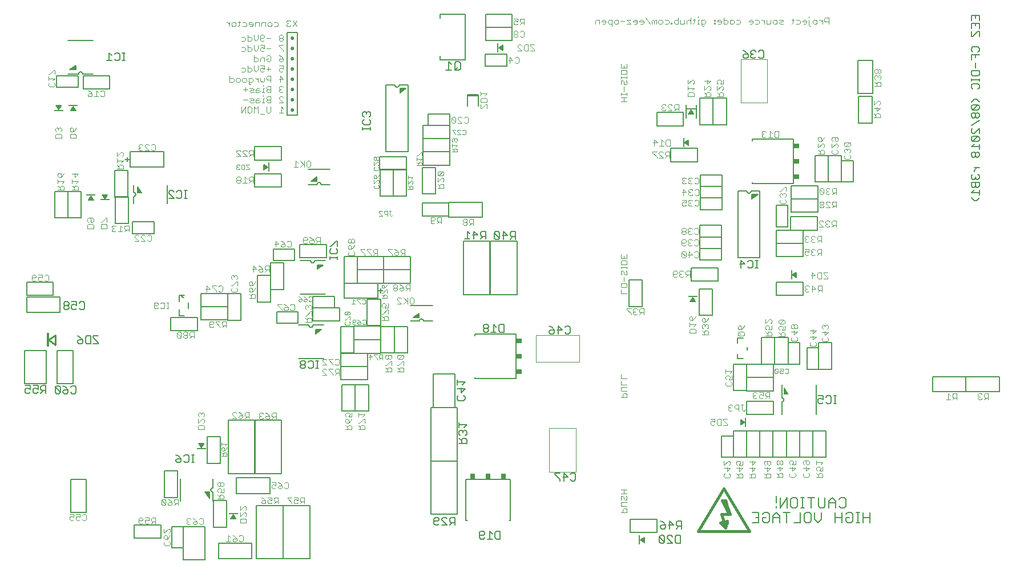
<source format=gbo>
G75*
G70*
%OFA0B0*%
%FSLAX24Y24*%
%IPPOS*%
%LPD*%
%AMOC8*
5,1,8,0,0,1.08239X$1,22.5*
%
%ADD10C,0.0040*%
%ADD11C,0.0050*%
%ADD12C,0.0160*%
%ADD13C,0.0070*%
%ADD14C,0.0100*%
%ADD15C,0.0060*%
%ADD16C,0.0030*%
%ADD17C,0.0080*%
%ADD18R,0.0327X0.0299*%
%ADD19R,0.0358X0.0299*%
%ADD20R,0.0079X0.0551*%
%ADD21R,0.0299X0.0327*%
%ADD22R,0.0299X0.0358*%
%ADD23R,0.0551X0.0079*%
%ADD24C,0.0020*%
%ADD25R,0.0620X0.0118*%
%ADD26R,0.0118X0.0827*%
D10*
X006221Y003680D02*
X006281Y003620D01*
X006401Y003620D01*
X006461Y003680D01*
X006461Y003800D02*
X006341Y003860D01*
X006281Y003860D01*
X006221Y003800D01*
X006221Y003680D01*
X006461Y003800D02*
X006461Y003980D01*
X006221Y003980D01*
X006589Y003980D02*
X006829Y003980D01*
X006829Y003800D01*
X006709Y003860D01*
X006649Y003860D01*
X006589Y003800D01*
X006589Y003680D01*
X006649Y003620D01*
X006769Y003620D01*
X006829Y003680D01*
X006957Y003680D02*
X007017Y003620D01*
X007137Y003620D01*
X007197Y003680D01*
X007197Y003920D01*
X007137Y003980D01*
X007017Y003980D01*
X006957Y003920D01*
X010246Y003720D02*
X010246Y003480D01*
X010306Y003420D01*
X010426Y003420D01*
X010486Y003480D01*
X010614Y003480D02*
X010674Y003420D01*
X010794Y003420D01*
X010854Y003480D01*
X010854Y003600D02*
X010734Y003660D01*
X010674Y003660D01*
X010614Y003600D01*
X010614Y003480D01*
X010486Y003660D02*
X010426Y003600D01*
X010246Y003600D01*
X010246Y003720D02*
X010306Y003780D01*
X010426Y003780D01*
X010486Y003720D01*
X010486Y003660D01*
X010614Y003780D02*
X010854Y003780D01*
X010854Y003600D01*
X010982Y003600D02*
X011042Y003540D01*
X011222Y003540D01*
X011102Y003540D02*
X010982Y003420D01*
X010982Y003600D02*
X010982Y003720D01*
X011042Y003780D01*
X011222Y003780D01*
X011222Y003420D01*
X011732Y003122D02*
X011732Y002882D01*
X011973Y003122D01*
X012033Y003122D01*
X012093Y003062D01*
X012093Y002942D01*
X012033Y002882D01*
X012093Y002754D02*
X012033Y002633D01*
X011913Y002513D01*
X011913Y002693D01*
X011853Y002754D01*
X011793Y002754D01*
X011732Y002693D01*
X011732Y002573D01*
X011793Y002513D01*
X011913Y002513D01*
X012033Y002385D02*
X012093Y002325D01*
X012093Y002205D01*
X012033Y002145D01*
X011793Y002145D01*
X011732Y002205D01*
X011732Y002325D01*
X011793Y002385D01*
X013046Y003430D02*
X013106Y003370D01*
X013226Y003370D01*
X013286Y003430D01*
X013414Y003430D02*
X013414Y003490D01*
X013474Y003550D01*
X013654Y003550D01*
X013654Y003430D01*
X013594Y003370D01*
X013474Y003370D01*
X013414Y003430D01*
X013534Y003670D02*
X013654Y003550D01*
X013534Y003670D02*
X013414Y003730D01*
X013286Y003670D02*
X013226Y003730D01*
X013106Y003730D01*
X013046Y003670D01*
X013046Y003610D01*
X013106Y003550D01*
X013046Y003490D01*
X013046Y003430D01*
X013106Y003550D02*
X013166Y003550D01*
X013782Y003430D02*
X013842Y003370D01*
X013962Y003370D01*
X014022Y003430D01*
X014022Y003670D01*
X013962Y003730D01*
X013842Y003730D01*
X013782Y003670D01*
X012567Y004495D02*
X012567Y004855D01*
X012387Y004855D01*
X012327Y004795D01*
X012327Y004675D01*
X012387Y004615D01*
X012567Y004615D01*
X012447Y004615D02*
X012327Y004495D01*
X012199Y004555D02*
X012139Y004495D01*
X012019Y004495D01*
X011959Y004555D01*
X011959Y004615D01*
X012019Y004675D01*
X012199Y004675D01*
X012199Y004555D01*
X012199Y004675D02*
X012079Y004795D01*
X011959Y004855D01*
X011831Y004795D02*
X011771Y004855D01*
X011651Y004855D01*
X011591Y004795D01*
X011831Y004555D01*
X011771Y004495D01*
X011651Y004495D01*
X011591Y004555D01*
X011591Y004795D01*
X011831Y004795D02*
X011831Y004555D01*
X014857Y004870D02*
X015218Y004870D01*
X015218Y005050D01*
X015158Y005110D01*
X015038Y005110D01*
X014978Y005050D01*
X014978Y004870D01*
X014978Y004990D02*
X014857Y005110D01*
X014918Y005238D02*
X014857Y005298D01*
X014857Y005418D01*
X014918Y005479D01*
X015038Y005479D01*
X015098Y005418D01*
X015098Y005358D01*
X015038Y005238D01*
X015218Y005238D01*
X015218Y005479D01*
X015158Y005607D02*
X015098Y005607D01*
X015038Y005667D01*
X015038Y005787D01*
X014978Y005847D01*
X014918Y005847D01*
X014857Y005787D01*
X014857Y005667D01*
X014918Y005607D01*
X014978Y005607D01*
X015038Y005667D01*
X015038Y005787D02*
X015098Y005847D01*
X015158Y005847D01*
X015218Y005787D01*
X015218Y005667D01*
X015158Y005607D01*
X016176Y004439D02*
X016176Y004199D01*
X016416Y004439D01*
X016476Y004439D01*
X016536Y004379D01*
X016536Y004259D01*
X016476Y004199D01*
X016476Y004070D02*
X016536Y004010D01*
X016536Y003890D01*
X016476Y003830D01*
X016476Y003702D02*
X016536Y003642D01*
X016536Y003462D01*
X016176Y003462D01*
X016176Y003642D01*
X016236Y003702D01*
X016476Y003702D01*
X016176Y003830D02*
X016416Y004070D01*
X016476Y004070D01*
X016176Y004070D02*
X016176Y003830D01*
X017416Y004655D02*
X017416Y004715D01*
X017476Y004775D01*
X017656Y004775D01*
X017656Y004655D01*
X017596Y004595D01*
X017476Y004595D01*
X017416Y004655D01*
X017536Y004895D02*
X017656Y004775D01*
X017784Y004775D02*
X017844Y004835D01*
X017904Y004835D01*
X018024Y004775D01*
X018024Y004955D01*
X017784Y004955D01*
X017784Y004775D02*
X017784Y004655D01*
X017844Y004595D01*
X017964Y004595D01*
X018024Y004655D01*
X018152Y004595D02*
X018272Y004715D01*
X018212Y004715D02*
X018392Y004715D01*
X018392Y004595D02*
X018392Y004955D01*
X018212Y004955D01*
X018152Y004895D01*
X018152Y004775D01*
X018212Y004715D01*
X017536Y004895D02*
X017416Y004955D01*
X018021Y005530D02*
X018081Y005470D01*
X018201Y005470D01*
X018261Y005530D01*
X018261Y005650D02*
X018141Y005710D01*
X018081Y005710D01*
X018021Y005650D01*
X018021Y005530D01*
X018261Y005650D02*
X018261Y005830D01*
X018021Y005830D01*
X018389Y005830D02*
X018509Y005770D01*
X018629Y005650D01*
X018449Y005650D01*
X018389Y005590D01*
X018389Y005530D01*
X018449Y005470D01*
X018569Y005470D01*
X018629Y005530D01*
X018629Y005650D01*
X018757Y005530D02*
X018817Y005470D01*
X018937Y005470D01*
X018997Y005530D01*
X018997Y005770D01*
X018937Y005830D01*
X018817Y005830D01*
X018757Y005770D01*
X018941Y004955D02*
X018941Y004895D01*
X019181Y004655D01*
X019181Y004595D01*
X019309Y004655D02*
X019369Y004595D01*
X019489Y004595D01*
X019549Y004655D01*
X019549Y004775D02*
X019429Y004835D01*
X019369Y004835D01*
X019309Y004775D01*
X019309Y004655D01*
X019549Y004775D02*
X019549Y004955D01*
X019309Y004955D01*
X019181Y004955D02*
X018941Y004955D01*
X019677Y004895D02*
X019677Y004775D01*
X019737Y004715D01*
X019917Y004715D01*
X019797Y004715D02*
X019677Y004595D01*
X019917Y004595D02*
X019917Y004955D01*
X019737Y004955D01*
X019677Y004895D01*
X016347Y002670D02*
X016347Y002430D01*
X016287Y002370D01*
X016167Y002370D01*
X016107Y002430D01*
X015979Y002430D02*
X015919Y002370D01*
X015799Y002370D01*
X015739Y002430D01*
X015739Y002490D01*
X015799Y002550D01*
X015979Y002550D01*
X015979Y002430D01*
X015979Y002550D02*
X015859Y002670D01*
X015739Y002730D01*
X015611Y002610D02*
X015491Y002730D01*
X015491Y002370D01*
X015611Y002370D02*
X015371Y002370D01*
X016107Y002670D02*
X016167Y002730D01*
X016287Y002730D01*
X016347Y002670D01*
X014086Y008937D02*
X013726Y008937D01*
X013726Y009117D01*
X013786Y009177D01*
X014026Y009177D01*
X014086Y009117D01*
X014086Y008937D01*
X014026Y009305D02*
X014086Y009365D01*
X014086Y009485D01*
X014026Y009545D01*
X013966Y009545D01*
X013726Y009305D01*
X013726Y009545D01*
X013786Y009674D02*
X013726Y009734D01*
X013726Y009854D01*
X013786Y009914D01*
X013846Y009914D01*
X013906Y009854D01*
X013906Y009794D01*
X013906Y009854D02*
X013966Y009914D01*
X014026Y009914D01*
X014086Y009854D01*
X014086Y009734D01*
X014026Y009674D01*
X015721Y009570D02*
X015961Y009570D01*
X015721Y009810D01*
X015721Y009870D01*
X015781Y009930D01*
X015901Y009930D01*
X015961Y009870D01*
X016089Y009930D02*
X016209Y009870D01*
X016329Y009750D01*
X016149Y009750D01*
X016089Y009690D01*
X016089Y009630D01*
X016149Y009570D01*
X016269Y009570D01*
X016329Y009630D01*
X016329Y009750D01*
X016457Y009750D02*
X016517Y009690D01*
X016697Y009690D01*
X016577Y009690D02*
X016457Y009570D01*
X016457Y009750D02*
X016457Y009870D01*
X016517Y009930D01*
X016697Y009930D01*
X016697Y009570D01*
X017296Y009605D02*
X017356Y009545D01*
X017476Y009545D01*
X017536Y009605D01*
X017664Y009605D02*
X017664Y009665D01*
X017724Y009725D01*
X017904Y009725D01*
X017904Y009605D01*
X017844Y009545D01*
X017724Y009545D01*
X017664Y009605D01*
X017784Y009845D02*
X017904Y009725D01*
X018032Y009725D02*
X018092Y009665D01*
X018272Y009665D01*
X018152Y009665D02*
X018032Y009545D01*
X018032Y009725D02*
X018032Y009845D01*
X018092Y009905D01*
X018272Y009905D01*
X018272Y009545D01*
X017784Y009845D02*
X017664Y009905D01*
X017536Y009845D02*
X017476Y009905D01*
X017356Y009905D01*
X017296Y009845D01*
X017296Y009785D01*
X017356Y009725D01*
X017296Y009665D01*
X017296Y009605D01*
X017356Y009725D02*
X017416Y009725D01*
X020991Y012120D02*
X021231Y012120D01*
X020991Y012360D01*
X020991Y012420D01*
X021051Y012480D01*
X021171Y012480D01*
X021231Y012420D01*
X021359Y012420D02*
X021599Y012180D01*
X021599Y012120D01*
X021727Y012120D02*
X021847Y012240D01*
X021787Y012240D02*
X021967Y012240D01*
X021967Y012120D02*
X021967Y012480D01*
X021787Y012480D01*
X021727Y012420D01*
X021727Y012300D01*
X021787Y012240D01*
X021599Y012480D02*
X021359Y012480D01*
X021359Y012420D01*
X021231Y012695D02*
X020991Y012935D01*
X020991Y012995D01*
X021051Y013055D01*
X021171Y013055D01*
X021231Y012995D01*
X021359Y012995D02*
X021599Y012755D01*
X021599Y012695D01*
X021727Y012755D02*
X021787Y012695D01*
X021907Y012695D01*
X021967Y012755D01*
X021967Y012995D01*
X021907Y013055D01*
X021787Y013055D01*
X021727Y012995D01*
X021599Y013055D02*
X021359Y013055D01*
X021359Y012995D01*
X021231Y012695D02*
X020991Y012695D01*
X024657Y012683D02*
X024718Y012683D01*
X024958Y012924D01*
X025018Y012924D01*
X025018Y012683D01*
X024958Y012555D02*
X024838Y012555D01*
X024778Y012495D01*
X024778Y012315D01*
X024778Y012435D02*
X024657Y012555D01*
X024657Y012315D02*
X025018Y012315D01*
X025018Y012495D01*
X024958Y012555D01*
X025357Y012555D02*
X025478Y012435D01*
X025478Y012495D02*
X025478Y012315D01*
X025357Y012315D02*
X025718Y012315D01*
X025718Y012495D01*
X025658Y012555D01*
X025538Y012555D01*
X025478Y012495D01*
X025418Y012683D02*
X025357Y012683D01*
X025418Y012683D02*
X025658Y012924D01*
X025718Y012924D01*
X025718Y012683D01*
X025658Y013052D02*
X025718Y013112D01*
X025718Y013232D01*
X025658Y013292D01*
X025418Y013052D01*
X025357Y013112D01*
X025357Y013232D01*
X025418Y013292D01*
X025658Y013292D01*
X025658Y013052D02*
X025418Y013052D01*
X025018Y013112D02*
X025018Y013232D01*
X024958Y013292D01*
X024898Y013292D01*
X024838Y013232D01*
X024838Y013112D01*
X024898Y013052D01*
X024958Y013052D01*
X025018Y013112D01*
X024838Y013112D02*
X024778Y013052D01*
X024718Y013052D01*
X024657Y013112D01*
X024657Y013232D01*
X024718Y013292D01*
X024778Y013292D01*
X024838Y013232D01*
X024818Y015320D02*
X024457Y015320D01*
X024578Y015320D02*
X024578Y015500D01*
X024638Y015560D01*
X024758Y015560D01*
X024818Y015500D01*
X024818Y015320D01*
X024578Y015440D02*
X024457Y015560D01*
X024457Y015688D02*
X024518Y015688D01*
X024758Y015929D01*
X024818Y015929D01*
X024818Y015688D01*
X024818Y016057D02*
X024638Y016057D01*
X024698Y016177D01*
X024698Y016237D01*
X024638Y016297D01*
X024518Y016297D01*
X024457Y016237D01*
X024457Y016117D01*
X024518Y016057D01*
X024818Y016057D02*
X024818Y016297D01*
X025346Y016270D02*
X025586Y016270D01*
X025346Y016510D01*
X025346Y016570D01*
X025406Y016630D01*
X025526Y016630D01*
X025586Y016570D01*
X025714Y016630D02*
X025954Y016390D01*
X025894Y016450D02*
X025714Y016270D01*
X025954Y016270D02*
X025954Y016630D01*
X026082Y016570D02*
X026142Y016630D01*
X026262Y016630D01*
X026322Y016570D01*
X026322Y016330D01*
X026262Y016270D01*
X026142Y016270D01*
X026082Y016330D01*
X026082Y016570D01*
X026097Y017045D02*
X026097Y017405D01*
X025917Y017405D01*
X025857Y017345D01*
X025857Y017225D01*
X025917Y017165D01*
X026097Y017165D01*
X025977Y017165D02*
X025857Y017045D01*
X025729Y017105D02*
X025669Y017045D01*
X025549Y017045D01*
X025489Y017105D01*
X025489Y017165D01*
X025549Y017225D01*
X025729Y017225D01*
X025729Y017105D01*
X025729Y017225D02*
X025609Y017345D01*
X025489Y017405D01*
X025361Y017345D02*
X025361Y017285D01*
X025301Y017225D01*
X025181Y017225D01*
X025121Y017165D01*
X025121Y017105D01*
X025181Y017045D01*
X025301Y017045D01*
X025361Y017105D01*
X025361Y017165D01*
X025301Y017225D01*
X025181Y017225D02*
X025121Y017285D01*
X025121Y017345D01*
X025181Y017405D01*
X025301Y017405D01*
X025361Y017345D01*
X025369Y019120D02*
X025249Y019120D01*
X025189Y019180D01*
X025189Y019240D01*
X025249Y019300D01*
X025429Y019300D01*
X025429Y019180D01*
X025369Y019120D01*
X025557Y019120D02*
X025677Y019240D01*
X025617Y019240D02*
X025797Y019240D01*
X025797Y019120D02*
X025797Y019480D01*
X025617Y019480D01*
X025557Y019420D01*
X025557Y019300D01*
X025617Y019240D01*
X025429Y019300D02*
X025309Y019420D01*
X025189Y019480D01*
X025061Y019480D02*
X024821Y019480D01*
X024821Y019420D01*
X025061Y019180D01*
X025061Y019120D01*
X024197Y019120D02*
X024197Y019480D01*
X024017Y019480D01*
X023957Y019420D01*
X023957Y019300D01*
X024017Y019240D01*
X024197Y019240D01*
X024077Y019240D02*
X023957Y019120D01*
X023829Y019120D02*
X023829Y019180D01*
X023589Y019420D01*
X023589Y019480D01*
X023829Y019480D01*
X023461Y019480D02*
X023221Y019480D01*
X023221Y019420D01*
X023461Y019180D01*
X023461Y019120D01*
X022843Y019155D02*
X022783Y019095D01*
X022543Y019095D01*
X022482Y019155D01*
X022482Y019275D01*
X022543Y019335D01*
X022543Y019463D02*
X022482Y019523D01*
X022482Y019643D01*
X022543Y019704D01*
X022603Y019704D01*
X022663Y019643D01*
X022663Y019463D01*
X022543Y019463D01*
X022663Y019463D02*
X022783Y019583D01*
X022843Y019704D01*
X022783Y019832D02*
X022723Y019832D01*
X022663Y019892D01*
X022663Y020012D01*
X022603Y020072D01*
X022543Y020072D01*
X022482Y020012D01*
X022482Y019892D01*
X022543Y019832D01*
X022603Y019832D01*
X022663Y019892D01*
X022663Y020012D02*
X022723Y020072D01*
X022783Y020072D01*
X022843Y020012D01*
X022843Y019892D01*
X022783Y019832D01*
X022783Y019335D02*
X022843Y019275D01*
X022843Y019155D01*
X020842Y019820D02*
X020842Y020180D01*
X020662Y020180D01*
X020602Y020120D01*
X020602Y020000D01*
X020662Y019940D01*
X020842Y019940D01*
X020722Y019940D02*
X020602Y019820D01*
X020474Y019880D02*
X020414Y019820D01*
X020294Y019820D01*
X020234Y019880D01*
X020234Y019940D01*
X020294Y020000D01*
X020474Y020000D01*
X020474Y019880D01*
X020474Y020000D02*
X020354Y020120D01*
X020234Y020180D01*
X020106Y020120D02*
X020106Y020060D01*
X020046Y020000D01*
X019866Y020000D01*
X019866Y019880D02*
X019866Y020120D01*
X019926Y020180D01*
X020046Y020180D01*
X020106Y020120D01*
X020106Y019880D02*
X020046Y019820D01*
X019926Y019820D01*
X019866Y019880D01*
X019167Y019895D02*
X019167Y019655D01*
X019107Y019595D01*
X018987Y019595D01*
X018927Y019655D01*
X018799Y019655D02*
X018739Y019595D01*
X018619Y019595D01*
X018559Y019655D01*
X018559Y019715D01*
X018619Y019775D01*
X018799Y019775D01*
X018799Y019655D01*
X018799Y019775D02*
X018679Y019895D01*
X018559Y019955D01*
X018431Y019775D02*
X018191Y019775D01*
X018251Y019595D02*
X018251Y019955D01*
X018431Y019775D01*
X018927Y019895D02*
X018987Y019955D01*
X019107Y019955D01*
X019167Y019895D01*
X017872Y018505D02*
X017692Y018505D01*
X017632Y018445D01*
X017632Y018325D01*
X017692Y018265D01*
X017872Y018265D01*
X017752Y018265D02*
X017632Y018145D01*
X017504Y018205D02*
X017444Y018145D01*
X017324Y018145D01*
X017264Y018205D01*
X017264Y018265D01*
X017324Y018325D01*
X017504Y018325D01*
X017504Y018205D01*
X017504Y018325D02*
X017384Y018445D01*
X017264Y018505D01*
X017136Y018325D02*
X016896Y018325D01*
X016956Y018145D02*
X016956Y018505D01*
X017136Y018325D01*
X016018Y017887D02*
X015958Y017947D01*
X015898Y017947D01*
X015838Y017887D01*
X015778Y017947D01*
X015718Y017947D01*
X015657Y017887D01*
X015657Y017767D01*
X015718Y017707D01*
X015838Y017827D02*
X015838Y017887D01*
X016018Y017887D02*
X016018Y017767D01*
X015958Y017707D01*
X015958Y017579D02*
X015718Y017338D01*
X015657Y017338D01*
X015718Y017210D02*
X015657Y017150D01*
X015657Y017030D01*
X015718Y016970D01*
X015958Y016970D01*
X016018Y017030D01*
X016018Y017150D01*
X015958Y017210D01*
X016018Y017338D02*
X016018Y017579D01*
X015958Y017579D01*
X016707Y017532D02*
X016768Y017592D01*
X016828Y017592D01*
X016888Y017532D01*
X016888Y017352D01*
X016768Y017352D01*
X016707Y017412D01*
X016707Y017532D01*
X016888Y017352D02*
X017008Y017472D01*
X017068Y017592D01*
X017068Y017224D02*
X017008Y017103D01*
X016888Y016983D01*
X016888Y017164D01*
X016828Y017224D01*
X016768Y017224D01*
X016707Y017164D01*
X016707Y017043D01*
X016768Y016983D01*
X016888Y016983D01*
X016888Y016855D02*
X016828Y016795D01*
X016828Y016615D01*
X016828Y016735D02*
X016707Y016855D01*
X016888Y016855D02*
X017008Y016855D01*
X017068Y016795D01*
X017068Y016615D01*
X016707Y016615D01*
X018366Y016255D02*
X018366Y016195D01*
X018606Y015955D01*
X018606Y015895D01*
X018734Y015955D02*
X018734Y016015D01*
X018794Y016075D01*
X018974Y016075D01*
X018974Y015955D01*
X018914Y015895D01*
X018794Y015895D01*
X018734Y015955D01*
X018854Y016195D02*
X018974Y016075D01*
X018854Y016195D02*
X018734Y016255D01*
X018606Y016255D02*
X018366Y016255D01*
X019102Y016195D02*
X019162Y016255D01*
X019282Y016255D01*
X019342Y016195D01*
X019342Y015955D01*
X019282Y015895D01*
X019162Y015895D01*
X019102Y015955D01*
X019982Y016017D02*
X020043Y015957D01*
X019982Y016017D02*
X019982Y016137D01*
X020043Y016197D01*
X020103Y016197D01*
X020163Y016137D01*
X020163Y016077D01*
X020163Y016137D02*
X020223Y016197D01*
X020283Y016197D01*
X020343Y016137D01*
X020343Y016017D01*
X020283Y015957D01*
X020283Y015829D02*
X020043Y015588D01*
X019982Y015588D01*
X019982Y015460D02*
X020103Y015340D01*
X020103Y015400D02*
X020103Y015220D01*
X019982Y015220D02*
X020343Y015220D01*
X020343Y015400D01*
X020283Y015460D01*
X020163Y015460D01*
X020103Y015400D01*
X020343Y015588D02*
X020343Y015829D01*
X020283Y015829D01*
X017872Y018145D02*
X017872Y018505D01*
X015147Y017270D02*
X015147Y017030D01*
X015087Y016970D01*
X014967Y016970D01*
X014907Y017030D01*
X014779Y017030D02*
X014779Y016970D01*
X014779Y017030D02*
X014539Y017270D01*
X014539Y017330D01*
X014779Y017330D01*
X014907Y017270D02*
X014967Y017330D01*
X015087Y017330D01*
X015147Y017270D01*
X014411Y017150D02*
X014231Y017330D01*
X014231Y016970D01*
X014171Y017150D02*
X014411Y017150D01*
X012002Y016355D02*
X011882Y016355D01*
X011942Y016355D02*
X011942Y015995D01*
X012002Y015995D02*
X011882Y015995D01*
X011757Y016055D02*
X011697Y015995D01*
X011577Y015995D01*
X011517Y016055D01*
X011389Y016055D02*
X011329Y015995D01*
X011208Y015995D01*
X011148Y016055D01*
X011148Y016295D01*
X011208Y016355D01*
X011329Y016355D01*
X011389Y016295D01*
X011389Y016235D01*
X011329Y016175D01*
X011148Y016175D01*
X011517Y016295D02*
X011577Y016355D01*
X011697Y016355D01*
X011757Y016295D01*
X011757Y016055D01*
X012556Y014630D02*
X012496Y014570D01*
X012736Y014330D01*
X012676Y014270D01*
X012556Y014270D01*
X012496Y014330D01*
X012496Y014570D01*
X012556Y014630D02*
X012676Y014630D01*
X012736Y014570D01*
X012736Y014330D01*
X012864Y014330D02*
X012924Y014270D01*
X013044Y014270D01*
X013104Y014330D01*
X013104Y014390D01*
X013044Y014450D01*
X012924Y014450D01*
X012864Y014390D01*
X012864Y014330D01*
X012924Y014450D02*
X012864Y014510D01*
X012864Y014570D01*
X012924Y014630D01*
X013044Y014630D01*
X013104Y014570D01*
X013104Y014510D01*
X013044Y014450D01*
X013232Y014450D02*
X013292Y014390D01*
X013472Y014390D01*
X013352Y014390D02*
X013232Y014270D01*
X013232Y014450D02*
X013232Y014570D01*
X013292Y014630D01*
X013472Y014630D01*
X013472Y014270D01*
X014391Y014955D02*
X014391Y015195D01*
X014451Y015255D01*
X014571Y015255D01*
X014631Y015195D01*
X014631Y015135D01*
X014571Y015075D01*
X014391Y015075D01*
X014391Y014955D02*
X014451Y014895D01*
X014571Y014895D01*
X014631Y014955D01*
X014759Y015195D02*
X014999Y014955D01*
X014999Y014895D01*
X015127Y014895D02*
X015247Y015015D01*
X015187Y015015D02*
X015367Y015015D01*
X015367Y014895D02*
X015367Y015255D01*
X015187Y015255D01*
X015127Y015195D01*
X015127Y015075D01*
X015187Y015015D01*
X014999Y015255D02*
X014759Y015255D01*
X014759Y015195D01*
X010937Y019945D02*
X010817Y019945D01*
X010757Y020005D01*
X010629Y019945D02*
X010389Y020185D01*
X010389Y020245D01*
X010449Y020305D01*
X010569Y020305D01*
X010629Y020245D01*
X010757Y020245D02*
X010817Y020305D01*
X010937Y020305D01*
X010997Y020245D01*
X010997Y020005D01*
X010937Y019945D01*
X010629Y019945D02*
X010389Y019945D01*
X010261Y019945D02*
X010021Y020185D01*
X010021Y020245D01*
X010081Y020305D01*
X010201Y020305D01*
X010261Y020245D01*
X010261Y019945D02*
X010021Y019945D01*
X009672Y020495D02*
X009672Y020855D01*
X009492Y020855D01*
X009432Y020795D01*
X009432Y020675D01*
X009492Y020615D01*
X009672Y020615D01*
X009552Y020615D02*
X009432Y020495D01*
X009304Y020495D02*
X009064Y020495D01*
X009184Y020495D02*
X009184Y020855D01*
X009304Y020735D01*
X008936Y020795D02*
X008876Y020855D01*
X008756Y020855D01*
X008696Y020795D01*
X008696Y020735D01*
X008756Y020675D01*
X008696Y020615D01*
X008696Y020555D01*
X008756Y020495D01*
X008876Y020495D01*
X008936Y020555D01*
X008816Y020675D02*
X008756Y020675D01*
X008399Y020691D02*
X008399Y020872D01*
X008339Y020932D01*
X008099Y020932D01*
X008039Y020872D01*
X008039Y020691D01*
X008399Y020691D01*
X008399Y021060D02*
X008399Y021300D01*
X008339Y021300D01*
X008099Y021060D01*
X008039Y021060D01*
X007624Y021120D02*
X007564Y021060D01*
X007504Y021060D01*
X007444Y021120D01*
X007444Y021300D01*
X007564Y021300D02*
X007624Y021240D01*
X007624Y021120D01*
X007564Y021300D02*
X007324Y021300D01*
X007264Y021240D01*
X007264Y021120D01*
X007324Y021060D01*
X007324Y020932D02*
X007564Y020932D01*
X007624Y020872D01*
X007624Y020691D01*
X007264Y020691D01*
X007264Y020872D01*
X007324Y020932D01*
X006718Y022945D02*
X006718Y023125D01*
X006658Y023185D01*
X006538Y023185D01*
X006478Y023125D01*
X006478Y022945D01*
X006478Y023065D02*
X006357Y023185D01*
X006357Y023313D02*
X006357Y023554D01*
X006357Y023433D02*
X006718Y023433D01*
X006598Y023313D01*
X006538Y023682D02*
X006538Y023922D01*
X006718Y023862D02*
X006538Y023682D01*
X006718Y023862D02*
X006357Y023862D01*
X005893Y023922D02*
X005833Y023802D01*
X005713Y023682D01*
X005713Y023862D01*
X005653Y023922D01*
X005593Y023922D01*
X005532Y023862D01*
X005532Y023742D01*
X005593Y023682D01*
X005713Y023682D01*
X005532Y023554D02*
X005532Y023313D01*
X005532Y023433D02*
X005893Y023433D01*
X005773Y023313D01*
X005833Y023185D02*
X005713Y023185D01*
X005653Y023125D01*
X005653Y022945D01*
X005653Y023065D02*
X005532Y023185D01*
X005532Y022945D02*
X005893Y022945D01*
X005893Y023125D01*
X005833Y023185D01*
X006357Y022945D02*
X006718Y022945D01*
X008982Y024170D02*
X009343Y024170D01*
X009343Y024350D01*
X009283Y024410D01*
X009163Y024410D01*
X009103Y024350D01*
X009103Y024170D01*
X009103Y024290D02*
X008982Y024410D01*
X008982Y024538D02*
X008982Y024779D01*
X008982Y024658D02*
X009343Y024658D01*
X009223Y024538D01*
X009283Y024907D02*
X009343Y024967D01*
X009343Y025087D01*
X009283Y025147D01*
X009223Y025147D01*
X008982Y024907D01*
X008982Y025147D01*
X010246Y025305D02*
X010306Y025245D01*
X010426Y025245D01*
X010486Y025305D01*
X010614Y025245D02*
X010854Y025245D01*
X010614Y025485D01*
X010614Y025545D01*
X010674Y025605D01*
X010794Y025605D01*
X010854Y025545D01*
X010982Y025545D02*
X011042Y025605D01*
X011162Y025605D01*
X011222Y025545D01*
X011222Y025305D01*
X011162Y025245D01*
X011042Y025245D01*
X010982Y025305D01*
X010486Y025545D02*
X010426Y025605D01*
X010306Y025605D01*
X010246Y025545D01*
X010246Y025485D01*
X010306Y025425D01*
X010246Y025365D01*
X010246Y025305D01*
X010306Y025425D02*
X010366Y025425D01*
X006599Y025966D02*
X006599Y026147D01*
X006539Y026207D01*
X006299Y026207D01*
X006239Y026147D01*
X006239Y025966D01*
X006599Y025966D01*
X006419Y026335D02*
X006299Y026335D01*
X006239Y026395D01*
X006239Y026515D01*
X006299Y026575D01*
X006359Y026575D01*
X006419Y026515D01*
X006419Y026335D01*
X006539Y026455D01*
X006599Y026575D01*
X005749Y026515D02*
X005749Y026395D01*
X005689Y026335D01*
X005689Y026207D02*
X005749Y026147D01*
X005749Y025966D01*
X005389Y025966D01*
X005389Y026147D01*
X005449Y026207D01*
X005689Y026207D01*
X005449Y026335D02*
X005389Y026395D01*
X005389Y026515D01*
X005449Y026575D01*
X005509Y026575D01*
X005569Y026515D01*
X005569Y026455D01*
X005569Y026515D02*
X005629Y026575D01*
X005689Y026575D01*
X005749Y026515D01*
X007351Y028395D02*
X007291Y028455D01*
X007291Y028515D01*
X007351Y028575D01*
X007531Y028575D01*
X007531Y028455D01*
X007471Y028395D01*
X007351Y028395D01*
X007531Y028575D02*
X007411Y028695D01*
X007291Y028755D01*
X007779Y028755D02*
X007779Y028395D01*
X007899Y028395D02*
X007659Y028395D01*
X007899Y028635D02*
X007779Y028755D01*
X008027Y028695D02*
X008087Y028755D01*
X008207Y028755D01*
X008267Y028695D01*
X008267Y028455D01*
X008207Y028395D01*
X008087Y028395D01*
X008027Y028455D01*
X005343Y029030D02*
X005283Y028970D01*
X005043Y028970D01*
X004982Y029030D01*
X004982Y029150D01*
X005043Y029210D01*
X004982Y029338D02*
X004982Y029579D01*
X004982Y029458D02*
X005343Y029458D01*
X005223Y029338D01*
X005283Y029210D02*
X005343Y029150D01*
X005343Y029030D01*
X005343Y029707D02*
X005343Y029947D01*
X005283Y029947D01*
X005043Y029707D01*
X004982Y029707D01*
X015567Y029605D02*
X015567Y029245D01*
X015747Y029245D01*
X015807Y029305D01*
X015807Y029425D01*
X015747Y029485D01*
X015567Y029485D01*
X015935Y029425D02*
X015995Y029485D01*
X016116Y029485D01*
X016176Y029425D01*
X016176Y029305D01*
X016116Y029245D01*
X015995Y029245D01*
X015935Y029305D01*
X015935Y029425D01*
X016304Y029425D02*
X016364Y029485D01*
X016484Y029485D01*
X016544Y029425D01*
X016544Y029305D01*
X016484Y029245D01*
X016364Y029245D01*
X016304Y029305D01*
X016304Y029425D01*
X016672Y029485D02*
X016852Y029485D01*
X016912Y029425D01*
X016912Y029305D01*
X016852Y029245D01*
X016672Y029245D01*
X016672Y029185D02*
X016672Y029485D01*
X016672Y029185D02*
X016732Y029125D01*
X016792Y029125D01*
X016733Y028885D02*
X016914Y028885D01*
X016974Y028825D01*
X016914Y028765D01*
X016794Y028765D01*
X016733Y028705D01*
X016794Y028645D01*
X016974Y028645D01*
X017102Y028645D02*
X017282Y028645D01*
X017342Y028705D01*
X017282Y028765D01*
X017102Y028765D01*
X017102Y028825D02*
X017102Y028645D01*
X017102Y028825D02*
X017162Y028885D01*
X017282Y028885D01*
X017527Y028885D02*
X017527Y028645D01*
X017467Y028645D02*
X017588Y028645D01*
X017716Y028705D02*
X017776Y028645D01*
X017956Y028645D01*
X017956Y029005D01*
X017776Y029005D01*
X017716Y028945D01*
X017716Y028885D01*
X017776Y028825D01*
X017956Y028825D01*
X017776Y028825D02*
X017716Y028765D01*
X017716Y028705D01*
X017588Y028885D02*
X017527Y028885D01*
X017527Y029005D02*
X017527Y029065D01*
X017527Y029245D02*
X017467Y029305D01*
X017407Y029245D01*
X017347Y029305D01*
X017347Y029485D01*
X017219Y029485D02*
X017219Y029245D01*
X017219Y029365D02*
X017099Y029485D01*
X017039Y029485D01*
X017099Y029845D02*
X016979Y029965D01*
X016979Y030205D01*
X016851Y030025D02*
X016791Y030085D01*
X016611Y030085D01*
X016611Y030205D02*
X016611Y029845D01*
X016791Y029845D01*
X016851Y029905D01*
X016851Y030025D01*
X017099Y029845D02*
X017219Y029965D01*
X017219Y030205D01*
X017347Y030205D02*
X017588Y030205D01*
X017588Y030025D01*
X017467Y030085D01*
X017407Y030085D01*
X017347Y030025D01*
X017347Y029905D01*
X017407Y029845D01*
X017527Y029845D01*
X017588Y029905D01*
X017716Y030025D02*
X017956Y030025D01*
X017836Y030145D02*
X017836Y029905D01*
X017776Y029605D02*
X017716Y029545D01*
X017716Y029425D01*
X017776Y029365D01*
X017956Y029365D01*
X017956Y029245D02*
X017956Y029605D01*
X017776Y029605D01*
X017588Y029485D02*
X017588Y029305D01*
X017527Y029245D01*
X016605Y028825D02*
X016365Y028825D01*
X016485Y028945D02*
X016485Y028705D01*
X016733Y028285D02*
X016914Y028285D01*
X016974Y028225D01*
X016914Y028165D01*
X016794Y028165D01*
X016733Y028105D01*
X016794Y028045D01*
X016974Y028045D01*
X017102Y028045D02*
X017282Y028045D01*
X017342Y028105D01*
X017282Y028165D01*
X017102Y028165D01*
X017102Y028225D02*
X017102Y028045D01*
X017102Y028225D02*
X017162Y028285D01*
X017282Y028285D01*
X017527Y028285D02*
X017527Y028045D01*
X017467Y028045D02*
X017588Y028045D01*
X017716Y028105D02*
X017776Y028045D01*
X017956Y028045D01*
X017956Y028405D01*
X017776Y028405D01*
X017716Y028345D01*
X017716Y028285D01*
X017776Y028225D01*
X017956Y028225D01*
X017776Y028225D02*
X017716Y028165D01*
X017716Y028105D01*
X017588Y028285D02*
X017527Y028285D01*
X017527Y028405D02*
X017527Y028465D01*
X016605Y028225D02*
X016365Y028225D01*
X016483Y027805D02*
X016242Y027445D01*
X016242Y027805D01*
X016483Y027805D02*
X016483Y027445D01*
X016611Y027505D02*
X016611Y027745D01*
X016671Y027805D01*
X016791Y027805D01*
X016851Y027745D01*
X016851Y027505D01*
X016791Y027445D01*
X016671Y027445D01*
X016611Y027505D01*
X016979Y027445D02*
X016979Y027805D01*
X017099Y027685D01*
X017219Y027805D01*
X017219Y027445D01*
X017347Y027385D02*
X017588Y027385D01*
X017716Y027505D02*
X017716Y027805D01*
X017956Y027805D02*
X017956Y027505D01*
X017896Y027445D01*
X017776Y027445D01*
X017716Y027505D01*
X018452Y027445D02*
X018692Y027445D01*
X018572Y027445D02*
X018572Y027805D01*
X018692Y027685D01*
X018692Y028045D02*
X018452Y028285D01*
X018452Y028345D01*
X018512Y028405D01*
X018632Y028405D01*
X018692Y028345D01*
X018692Y028045D02*
X018452Y028045D01*
X018512Y028645D02*
X018632Y028645D01*
X018692Y028705D01*
X018572Y028825D02*
X018512Y028825D01*
X018452Y028765D01*
X018452Y028705D01*
X018512Y028645D01*
X018512Y028825D02*
X018452Y028885D01*
X018452Y028945D01*
X018512Y029005D01*
X018632Y029005D01*
X018692Y028945D01*
X018512Y029245D02*
X018512Y029605D01*
X018692Y029425D01*
X018452Y029425D01*
X018512Y029845D02*
X018632Y029845D01*
X018692Y029905D01*
X018692Y030025D02*
X018572Y030085D01*
X018512Y030085D01*
X018452Y030025D01*
X018452Y029905D01*
X018512Y029845D01*
X018692Y030025D02*
X018692Y030205D01*
X018452Y030205D01*
X018512Y030445D02*
X018452Y030505D01*
X018452Y030565D01*
X018512Y030625D01*
X018692Y030625D01*
X018692Y030505D01*
X018632Y030445D01*
X018512Y030445D01*
X018692Y030625D02*
X018572Y030745D01*
X018452Y030805D01*
X018692Y031045D02*
X018692Y031105D01*
X018452Y031345D01*
X018452Y031405D01*
X018692Y031405D01*
X018632Y031645D02*
X018692Y031705D01*
X018692Y031765D01*
X018632Y031825D01*
X018512Y031825D01*
X018452Y031765D01*
X018452Y031705D01*
X018512Y031645D01*
X018632Y031645D01*
X018632Y031825D02*
X018692Y031885D01*
X018692Y031945D01*
X018632Y032005D01*
X018512Y032005D01*
X018452Y031945D01*
X018452Y031885D01*
X018512Y031825D01*
X017956Y031825D02*
X017716Y031825D01*
X017588Y031885D02*
X017527Y031825D01*
X017347Y031825D01*
X017347Y031705D02*
X017347Y031945D01*
X017407Y032005D01*
X017527Y032005D01*
X017588Y031945D01*
X017588Y031885D01*
X017588Y031705D02*
X017527Y031645D01*
X017407Y031645D01*
X017347Y031705D01*
X017219Y031765D02*
X017099Y031645D01*
X016979Y031765D01*
X016979Y032005D01*
X016851Y031825D02*
X016791Y031885D01*
X016611Y031885D01*
X016611Y032005D02*
X016611Y031645D01*
X016791Y031645D01*
X016851Y031705D01*
X016851Y031825D01*
X016483Y031825D02*
X016483Y031705D01*
X016423Y031645D01*
X016242Y031645D01*
X016242Y031885D02*
X016423Y031885D01*
X016483Y031825D01*
X016611Y031405D02*
X016611Y031045D01*
X016791Y031045D01*
X016851Y031105D01*
X016851Y031225D01*
X016791Y031285D01*
X016611Y031285D01*
X016483Y031225D02*
X016483Y031105D01*
X016423Y031045D01*
X016242Y031045D01*
X016242Y031285D02*
X016423Y031285D01*
X016483Y031225D01*
X016979Y031165D02*
X016979Y031405D01*
X016979Y031165D02*
X017099Y031045D01*
X017219Y031165D01*
X017219Y031405D01*
X017347Y031405D02*
X017588Y031405D01*
X017588Y031225D01*
X017467Y031285D01*
X017407Y031285D01*
X017347Y031225D01*
X017347Y031105D01*
X017407Y031045D01*
X017527Y031045D01*
X017588Y031105D01*
X017716Y031225D02*
X017956Y031225D01*
X017896Y030805D02*
X017956Y030745D01*
X017956Y030505D01*
X017896Y030445D01*
X017776Y030445D01*
X017716Y030505D01*
X017716Y030625D01*
X017836Y030625D01*
X017716Y030745D02*
X017776Y030805D01*
X017896Y030805D01*
X017588Y030685D02*
X017588Y030445D01*
X017588Y030685D02*
X017407Y030685D01*
X017347Y030625D01*
X017347Y030445D01*
X017219Y030505D02*
X017219Y030625D01*
X017159Y030685D01*
X016979Y030685D01*
X016979Y030805D02*
X016979Y030445D01*
X017159Y030445D01*
X017219Y030505D01*
X016483Y030025D02*
X016483Y029905D01*
X016423Y029845D01*
X016242Y029845D01*
X016242Y030085D02*
X016423Y030085D01*
X016483Y030025D01*
X017219Y031765D02*
X017219Y032005D01*
X017283Y032495D02*
X017283Y032735D01*
X017102Y032735D01*
X017042Y032675D01*
X017042Y032495D01*
X016914Y032555D02*
X016914Y032675D01*
X016854Y032735D01*
X016734Y032735D01*
X016674Y032675D01*
X016674Y032615D01*
X016914Y032615D01*
X016914Y032555D02*
X016854Y032495D01*
X016734Y032495D01*
X016546Y032555D02*
X016486Y032495D01*
X016306Y032495D01*
X016118Y032555D02*
X016058Y032495D01*
X016118Y032555D02*
X016118Y032795D01*
X016178Y032735D02*
X016058Y032735D01*
X015932Y032675D02*
X015932Y032555D01*
X015872Y032495D01*
X015752Y032495D01*
X015692Y032555D01*
X015692Y032675D01*
X015752Y032735D01*
X015872Y032735D01*
X015932Y032675D01*
X015564Y032615D02*
X015444Y032735D01*
X015384Y032735D01*
X015564Y032735D02*
X015564Y032495D01*
X016306Y032735D02*
X016486Y032735D01*
X016546Y032675D01*
X016546Y032555D01*
X017411Y032495D02*
X017411Y032675D01*
X017471Y032735D01*
X017651Y032735D01*
X017651Y032495D01*
X017779Y032555D02*
X017779Y032675D01*
X017839Y032735D01*
X017959Y032735D01*
X018019Y032675D01*
X018019Y032555D01*
X017959Y032495D01*
X017839Y032495D01*
X017779Y032555D01*
X018147Y032495D02*
X018327Y032495D01*
X018388Y032555D01*
X018388Y032675D01*
X018327Y032735D01*
X018147Y032735D01*
X018884Y032735D02*
X018884Y032795D01*
X018944Y032855D01*
X019064Y032855D01*
X019124Y032795D01*
X019252Y032855D02*
X019492Y032495D01*
X019252Y032495D02*
X019492Y032855D01*
X019124Y032555D02*
X019064Y032495D01*
X018944Y032495D01*
X018884Y032555D01*
X018884Y032615D01*
X018944Y032675D01*
X019004Y032675D01*
X018944Y032675D02*
X018884Y032735D01*
X028521Y027145D02*
X028761Y026905D01*
X028701Y026845D01*
X028581Y026845D01*
X028521Y026905D01*
X028521Y027145D01*
X028581Y027205D01*
X028701Y027205D01*
X028761Y027145D01*
X028761Y026905D01*
X028889Y026845D02*
X029129Y026845D01*
X028889Y027085D01*
X028889Y027145D01*
X028949Y027205D01*
X029069Y027205D01*
X029129Y027145D01*
X029257Y027145D02*
X029317Y027205D01*
X029437Y027205D01*
X029497Y027145D01*
X029497Y026905D01*
X029437Y026845D01*
X029317Y026845D01*
X029257Y026905D01*
X030226Y027708D02*
X030226Y027948D01*
X030226Y028076D02*
X030226Y028256D01*
X030286Y028316D01*
X030526Y028316D01*
X030586Y028256D01*
X030586Y028076D01*
X030226Y028076D01*
X030526Y027948D02*
X030286Y027708D01*
X030226Y027708D01*
X030586Y027708D02*
X030586Y027948D01*
X030526Y027948D01*
X030466Y028444D02*
X030586Y028564D01*
X030226Y028564D01*
X030226Y028444D02*
X030226Y028684D01*
X031906Y030345D02*
X031906Y030705D01*
X032086Y030525D01*
X031846Y030525D01*
X032214Y030405D02*
X032274Y030345D01*
X032394Y030345D01*
X032454Y030405D01*
X032454Y030645D01*
X032394Y030705D01*
X032274Y030705D01*
X032214Y030645D01*
X032388Y031076D02*
X032628Y031076D01*
X032388Y031317D01*
X032388Y031377D01*
X032448Y031437D01*
X032568Y031437D01*
X032628Y031377D01*
X032756Y031377D02*
X032816Y031437D01*
X032996Y031437D01*
X032996Y031076D01*
X032816Y031076D01*
X032756Y031136D01*
X032756Y031377D01*
X033124Y031377D02*
X033364Y031136D01*
X033364Y031076D01*
X033124Y031076D01*
X033124Y031377D02*
X033124Y031437D01*
X033364Y031437D01*
X032754Y031930D02*
X032694Y031870D01*
X032574Y031870D01*
X032514Y031930D01*
X032386Y031930D02*
X032386Y031990D01*
X032326Y032050D01*
X032206Y032050D01*
X032146Y031990D01*
X032146Y031930D01*
X032206Y031870D01*
X032326Y031870D01*
X032386Y031930D01*
X032326Y032050D02*
X032386Y032110D01*
X032386Y032170D01*
X032326Y032230D01*
X032206Y032230D01*
X032146Y032170D01*
X032146Y032110D01*
X032206Y032050D01*
X032514Y032170D02*
X032574Y032230D01*
X032694Y032230D01*
X032754Y032170D01*
X032754Y031930D01*
X032754Y032595D02*
X032754Y032955D01*
X032574Y032955D01*
X032514Y032895D01*
X032514Y032775D01*
X032574Y032715D01*
X032754Y032715D01*
X032634Y032715D02*
X032514Y032595D01*
X032386Y032655D02*
X032326Y032595D01*
X032206Y032595D01*
X032146Y032655D01*
X032146Y032775D01*
X032206Y032835D01*
X032266Y032835D01*
X032386Y032775D01*
X032386Y032955D01*
X032146Y032955D01*
X036920Y032825D02*
X036920Y032645D01*
X036920Y032825D02*
X036980Y032885D01*
X037160Y032885D01*
X037160Y032645D01*
X037288Y032765D02*
X037529Y032765D01*
X037529Y032705D02*
X037529Y032825D01*
X037469Y032885D01*
X037349Y032885D01*
X037288Y032825D01*
X037288Y032765D01*
X037349Y032645D02*
X037469Y032645D01*
X037529Y032705D01*
X037657Y032705D02*
X037717Y032645D01*
X037897Y032645D01*
X037897Y032525D02*
X037897Y032885D01*
X037717Y032885D01*
X037657Y032825D01*
X037657Y032705D01*
X038025Y032705D02*
X038025Y032825D01*
X038085Y032885D01*
X038205Y032885D01*
X038265Y032825D01*
X038265Y032705D01*
X038205Y032645D01*
X038085Y032645D01*
X038025Y032705D01*
X038393Y032825D02*
X038634Y032825D01*
X038762Y032885D02*
X039002Y032645D01*
X038762Y032645D01*
X038762Y032885D02*
X039002Y032885D01*
X039130Y032825D02*
X039130Y032765D01*
X039370Y032765D01*
X039370Y032705D02*
X039370Y032825D01*
X039310Y032885D01*
X039190Y032885D01*
X039130Y032825D01*
X039190Y032645D02*
X039310Y032645D01*
X039370Y032705D01*
X039498Y032765D02*
X039739Y032765D01*
X039739Y032705D02*
X039739Y032825D01*
X039679Y032885D01*
X039558Y032885D01*
X039498Y032825D01*
X039498Y032765D01*
X039558Y032645D02*
X039679Y032645D01*
X039739Y032705D01*
X039867Y033005D02*
X040107Y032645D01*
X040235Y032645D02*
X040235Y032825D01*
X040295Y032885D01*
X040355Y032825D01*
X040355Y032645D01*
X040475Y032645D02*
X040475Y032885D01*
X040415Y032885D01*
X040355Y032825D01*
X040603Y032825D02*
X040663Y032885D01*
X040783Y032885D01*
X040844Y032825D01*
X040844Y032705D01*
X040783Y032645D01*
X040663Y032645D01*
X040603Y032705D01*
X040603Y032825D01*
X040972Y032885D02*
X041152Y032885D01*
X041212Y032825D01*
X041212Y032705D01*
X041152Y032645D01*
X040972Y032645D01*
X041336Y032645D02*
X041396Y032645D01*
X041396Y032705D01*
X041336Y032705D01*
X041336Y032645D01*
X041524Y032705D02*
X041524Y032825D01*
X041584Y032885D01*
X041764Y032885D01*
X041764Y033005D02*
X041764Y032645D01*
X041584Y032645D01*
X041524Y032705D01*
X041892Y032645D02*
X041892Y032885D01*
X041892Y032645D02*
X042073Y032645D01*
X042133Y032705D01*
X042133Y032885D01*
X042261Y032825D02*
X042261Y032645D01*
X042261Y032825D02*
X042321Y032885D01*
X042441Y032885D01*
X042501Y032825D01*
X042626Y032885D02*
X042746Y032885D01*
X042686Y032945D02*
X042686Y032705D01*
X042626Y032645D01*
X042501Y032645D02*
X042501Y033005D01*
X042932Y033005D02*
X042932Y033065D01*
X042932Y032885D02*
X042932Y032645D01*
X042992Y032645D02*
X042872Y032645D01*
X042932Y032885D02*
X042992Y032885D01*
X043120Y032885D02*
X043300Y032885D01*
X043360Y032825D01*
X043360Y032705D01*
X043300Y032645D01*
X043120Y032645D01*
X043120Y032585D02*
X043120Y032885D01*
X043120Y032585D02*
X043180Y032525D01*
X043240Y032525D01*
X043853Y032645D02*
X043913Y032645D01*
X043913Y032705D01*
X043853Y032705D01*
X043853Y032645D01*
X043853Y032825D02*
X043913Y032825D01*
X043913Y032885D01*
X043853Y032885D01*
X043853Y032825D01*
X044041Y032825D02*
X044041Y032765D01*
X044281Y032765D01*
X044281Y032705D02*
X044281Y032825D01*
X044221Y032885D01*
X044101Y032885D01*
X044041Y032825D01*
X044101Y032645D02*
X044221Y032645D01*
X044281Y032705D01*
X044409Y032645D02*
X044589Y032645D01*
X044649Y032705D01*
X044649Y032825D01*
X044589Y032885D01*
X044409Y032885D01*
X044409Y033005D02*
X044409Y032645D01*
X044778Y032705D02*
X044778Y032825D01*
X044838Y032885D01*
X044958Y032885D01*
X045018Y032825D01*
X045018Y032705D01*
X044958Y032645D01*
X044838Y032645D01*
X044778Y032705D01*
X045146Y032645D02*
X045326Y032645D01*
X045386Y032705D01*
X045386Y032825D01*
X045326Y032885D01*
X045146Y032885D01*
X045882Y032825D02*
X045882Y032765D01*
X046123Y032765D01*
X046123Y032705D02*
X046123Y032825D01*
X046063Y032885D01*
X045943Y032885D01*
X045882Y032825D01*
X045943Y032645D02*
X046063Y032645D01*
X046123Y032705D01*
X046251Y032645D02*
X046431Y032645D01*
X046491Y032705D01*
X046491Y032825D01*
X046431Y032885D01*
X046251Y032885D01*
X046618Y032885D02*
X046678Y032885D01*
X046798Y032765D01*
X046798Y032645D02*
X046798Y032885D01*
X046926Y032885D02*
X046926Y032645D01*
X047106Y032645D01*
X047166Y032705D01*
X047166Y032885D01*
X047294Y032825D02*
X047354Y032885D01*
X047475Y032885D01*
X047535Y032825D01*
X047535Y032705D01*
X047475Y032645D01*
X047354Y032645D01*
X047294Y032705D01*
X047294Y032825D01*
X047663Y032885D02*
X047843Y032885D01*
X047903Y032825D01*
X047843Y032765D01*
X047723Y032765D01*
X047663Y032705D01*
X047723Y032645D01*
X047903Y032645D01*
X048397Y032645D02*
X048457Y032705D01*
X048457Y032945D01*
X048517Y032885D02*
X048397Y032885D01*
X048645Y032885D02*
X048825Y032885D01*
X048885Y032825D01*
X048885Y032705D01*
X048825Y032645D01*
X048645Y032645D01*
X049013Y032765D02*
X049013Y032825D01*
X049073Y032885D01*
X049193Y032885D01*
X049253Y032825D01*
X049253Y032705D01*
X049193Y032645D01*
X049073Y032645D01*
X049013Y032765D02*
X049253Y032765D01*
X049379Y032885D02*
X049379Y032585D01*
X049439Y032525D01*
X049499Y032525D01*
X049627Y032705D02*
X049627Y032825D01*
X049687Y032885D01*
X049807Y032885D01*
X049867Y032825D01*
X049867Y032705D01*
X049807Y032645D01*
X049687Y032645D01*
X049627Y032705D01*
X049379Y033005D02*
X049379Y033065D01*
X049994Y032885D02*
X050054Y032885D01*
X050174Y032765D01*
X050174Y032645D02*
X050174Y032885D01*
X050302Y032825D02*
X050362Y032765D01*
X050542Y032765D01*
X050542Y032645D02*
X050542Y033005D01*
X050362Y033005D01*
X050302Y032945D01*
X050302Y032825D01*
X053232Y029937D02*
X053232Y029817D01*
X053293Y029757D01*
X053353Y029757D01*
X053413Y029817D01*
X053413Y029937D01*
X053353Y029997D01*
X053293Y029997D01*
X053232Y029937D01*
X053413Y029937D02*
X053473Y029997D01*
X053533Y029997D01*
X053593Y029937D01*
X053593Y029817D01*
X053533Y029757D01*
X053473Y029757D01*
X053413Y029817D01*
X053473Y029629D02*
X053413Y029568D01*
X053353Y029629D01*
X053293Y029629D01*
X053232Y029568D01*
X053232Y029448D01*
X053293Y029388D01*
X053232Y029260D02*
X053353Y029140D01*
X053353Y029200D02*
X053353Y029020D01*
X053232Y029020D02*
X053593Y029020D01*
X053593Y029200D01*
X053533Y029260D01*
X053413Y029260D01*
X053353Y029200D01*
X053533Y029388D02*
X053593Y029448D01*
X053593Y029568D01*
X053533Y029629D01*
X053473Y029629D01*
X053413Y029568D02*
X053413Y029508D01*
X053423Y028142D02*
X053483Y028142D01*
X053543Y028082D01*
X053543Y027962D01*
X053483Y027902D01*
X053363Y027774D02*
X053363Y027533D01*
X053543Y027714D01*
X053182Y027714D01*
X053182Y027902D02*
X053423Y028142D01*
X053182Y028142D02*
X053182Y027902D01*
X053182Y027405D02*
X053303Y027285D01*
X053303Y027345D02*
X053303Y027165D01*
X053182Y027165D02*
X053543Y027165D01*
X053543Y027345D01*
X053483Y027405D01*
X053363Y027405D01*
X053303Y027345D01*
X051093Y025962D02*
X051093Y025842D01*
X051033Y025782D01*
X050973Y025782D01*
X050913Y025842D01*
X050913Y026022D01*
X051033Y026022D02*
X051093Y025962D01*
X051033Y026022D02*
X050793Y026022D01*
X050732Y025962D01*
X050732Y025842D01*
X050793Y025782D01*
X050732Y025654D02*
X050732Y025413D01*
X050973Y025654D01*
X051033Y025654D01*
X051093Y025593D01*
X051093Y025473D01*
X051033Y025413D01*
X051033Y025285D02*
X051093Y025225D01*
X051093Y025105D01*
X051033Y025045D01*
X050793Y025045D01*
X050732Y025105D01*
X050732Y025225D01*
X050793Y025285D01*
X050293Y025225D02*
X050233Y025285D01*
X050113Y025285D01*
X050053Y025225D01*
X050053Y025045D01*
X050053Y025165D02*
X049932Y025285D01*
X049932Y025413D02*
X050173Y025654D01*
X050233Y025654D01*
X050293Y025593D01*
X050293Y025473D01*
X050233Y025413D01*
X050293Y025225D02*
X050293Y025045D01*
X049932Y025045D01*
X049932Y025413D02*
X049932Y025654D01*
X049993Y025782D02*
X049932Y025842D01*
X049932Y025962D01*
X049993Y026022D01*
X050053Y026022D01*
X050113Y025962D01*
X050113Y025782D01*
X049993Y025782D01*
X050113Y025782D02*
X050233Y025902D01*
X050293Y026022D01*
X051457Y025662D02*
X051457Y025542D01*
X051518Y025482D01*
X051758Y025722D01*
X051518Y025722D01*
X051457Y025662D01*
X051518Y025482D02*
X051758Y025482D01*
X051818Y025542D01*
X051818Y025662D01*
X051758Y025722D01*
X051758Y025354D02*
X051698Y025354D01*
X051638Y025293D01*
X051578Y025354D01*
X051518Y025354D01*
X051457Y025293D01*
X051457Y025173D01*
X051518Y025113D01*
X051518Y024985D02*
X051457Y024925D01*
X051457Y024805D01*
X051518Y024745D01*
X051758Y024745D01*
X051818Y024805D01*
X051818Y024925D01*
X051758Y024985D01*
X051758Y025113D02*
X051818Y025173D01*
X051818Y025293D01*
X051758Y025354D01*
X051638Y025293D02*
X051638Y025233D01*
X050997Y023030D02*
X050817Y023030D01*
X050757Y022970D01*
X050757Y022850D01*
X050817Y022790D01*
X050997Y022790D01*
X050877Y022790D02*
X050757Y022670D01*
X050629Y022730D02*
X050569Y022670D01*
X050449Y022670D01*
X050389Y022730D01*
X050389Y022790D01*
X050449Y022850D01*
X050509Y022850D01*
X050449Y022850D02*
X050389Y022910D01*
X050389Y022970D01*
X050449Y023030D01*
X050569Y023030D01*
X050629Y022970D01*
X050261Y022970D02*
X050201Y023030D01*
X050081Y023030D01*
X050021Y022970D01*
X050261Y022730D01*
X050201Y022670D01*
X050081Y022670D01*
X050021Y022730D01*
X050021Y022970D01*
X050261Y022970D02*
X050261Y022730D01*
X050201Y022255D02*
X050081Y022255D01*
X050021Y022195D01*
X050021Y022135D01*
X050081Y022075D01*
X050201Y022075D01*
X050261Y022135D01*
X050261Y022195D01*
X050201Y022255D01*
X050201Y022075D02*
X050261Y022015D01*
X050261Y021955D01*
X050201Y021895D01*
X050081Y021895D01*
X050021Y021955D01*
X050021Y022015D01*
X050081Y022075D01*
X050389Y022135D02*
X050389Y022195D01*
X050449Y022255D01*
X050569Y022255D01*
X050629Y022195D01*
X050757Y022195D02*
X050757Y022075D01*
X050817Y022015D01*
X050997Y022015D01*
X050877Y022015D02*
X050757Y021895D01*
X050629Y021895D02*
X050389Y022135D01*
X050389Y021895D02*
X050629Y021895D01*
X050757Y022195D02*
X050817Y022255D01*
X050997Y022255D01*
X050997Y021895D01*
X050972Y021130D02*
X050792Y021130D01*
X050732Y021070D01*
X050732Y020950D01*
X050792Y020890D01*
X050972Y020890D01*
X050852Y020890D02*
X050732Y020770D01*
X050604Y020830D02*
X050544Y020770D01*
X050424Y020770D01*
X050364Y020830D01*
X050364Y020890D01*
X050424Y020950D01*
X050484Y020950D01*
X050424Y020950D02*
X050364Y021010D01*
X050364Y021070D01*
X050424Y021130D01*
X050544Y021130D01*
X050604Y021070D01*
X050236Y021070D02*
X050176Y021130D01*
X050056Y021130D01*
X049996Y021070D01*
X049996Y021010D01*
X050236Y020770D01*
X049996Y020770D01*
X049942Y020230D02*
X049882Y020170D01*
X049882Y020050D01*
X049942Y019990D01*
X050122Y019990D01*
X050002Y019990D02*
X049882Y019870D01*
X049754Y019930D02*
X049694Y019870D01*
X049574Y019870D01*
X049514Y019930D01*
X049514Y019990D01*
X049574Y020050D01*
X049634Y020050D01*
X049574Y020050D02*
X049514Y020110D01*
X049514Y020170D01*
X049574Y020230D01*
X049694Y020230D01*
X049754Y020170D01*
X049942Y020230D02*
X050122Y020230D01*
X050122Y019870D01*
X050122Y019480D02*
X049942Y019480D01*
X049882Y019420D01*
X049882Y019300D01*
X049942Y019240D01*
X050122Y019240D01*
X050002Y019240D02*
X049882Y019120D01*
X049754Y019180D02*
X049694Y019120D01*
X049574Y019120D01*
X049514Y019180D01*
X049514Y019240D01*
X049574Y019300D01*
X049634Y019300D01*
X049574Y019300D02*
X049514Y019360D01*
X049514Y019420D01*
X049574Y019480D01*
X049694Y019480D01*
X049754Y019420D01*
X049386Y019480D02*
X049386Y019300D01*
X049266Y019360D01*
X049206Y019360D01*
X049146Y019300D01*
X049146Y019180D01*
X049206Y019120D01*
X049326Y019120D01*
X049386Y019180D01*
X049386Y019480D02*
X049146Y019480D01*
X049206Y019870D02*
X049326Y019870D01*
X049386Y019930D01*
X049266Y020050D02*
X049206Y020050D01*
X049146Y019990D01*
X049146Y019930D01*
X049206Y019870D01*
X049206Y020050D02*
X049146Y020110D01*
X049146Y020170D01*
X049206Y020230D01*
X049326Y020230D01*
X049386Y020170D01*
X050122Y019480D02*
X050122Y019120D01*
X050121Y018112D02*
X049941Y018112D01*
X049881Y018052D01*
X049881Y017811D01*
X049941Y017751D01*
X050121Y017751D01*
X050121Y018112D01*
X050249Y018112D02*
X050249Y018052D01*
X050489Y017811D01*
X050489Y017751D01*
X050249Y017751D01*
X050249Y018112D02*
X050489Y018112D01*
X049753Y017931D02*
X049513Y017931D01*
X049573Y017751D02*
X049573Y018112D01*
X049753Y017931D01*
X049599Y017330D02*
X049779Y017150D01*
X049539Y017150D01*
X049411Y017030D02*
X049351Y016970D01*
X049231Y016970D01*
X049171Y017030D01*
X049171Y017090D01*
X049231Y017150D01*
X049291Y017150D01*
X049231Y017150D02*
X049171Y017210D01*
X049171Y017270D01*
X049231Y017330D01*
X049351Y017330D01*
X049411Y017270D01*
X049599Y017330D02*
X049599Y016970D01*
X049907Y016970D02*
X050027Y017090D01*
X049967Y017090D02*
X050147Y017090D01*
X050147Y016970D02*
X050147Y017330D01*
X049967Y017330D01*
X049907Y017270D01*
X049907Y017150D01*
X049967Y017090D01*
X047993Y015287D02*
X047933Y015347D01*
X047693Y015107D01*
X047632Y015167D01*
X047632Y015287D01*
X047693Y015347D01*
X047933Y015347D01*
X047993Y015287D02*
X047993Y015167D01*
X047933Y015107D01*
X047693Y015107D01*
X047693Y014979D02*
X047632Y014918D01*
X047632Y014798D01*
X047693Y014738D01*
X047813Y014738D02*
X047873Y014858D01*
X047873Y014918D01*
X047813Y014979D01*
X047693Y014979D01*
X047813Y014738D02*
X047993Y014738D01*
X047993Y014979D01*
X048357Y015012D02*
X048357Y014892D01*
X048418Y014832D01*
X048478Y014832D01*
X048538Y014892D01*
X048538Y015012D01*
X048478Y015072D01*
X048418Y015072D01*
X048357Y015012D01*
X048538Y015012D02*
X048598Y015072D01*
X048658Y015072D01*
X048718Y015012D01*
X048718Y014892D01*
X048658Y014832D01*
X048598Y014832D01*
X048538Y014892D01*
X048538Y014704D02*
X048538Y014463D01*
X048718Y014643D01*
X048357Y014643D01*
X048418Y014335D02*
X048357Y014275D01*
X048357Y014155D01*
X048418Y014095D01*
X048658Y014095D01*
X048718Y014155D01*
X048718Y014275D01*
X048658Y014335D01*
X047993Y014370D02*
X047993Y014550D01*
X047933Y014610D01*
X047813Y014610D01*
X047753Y014550D01*
X047753Y014370D01*
X047753Y014490D02*
X047632Y014610D01*
X047632Y014370D02*
X047993Y014370D01*
X047218Y014395D02*
X047218Y014575D01*
X047158Y014635D01*
X047038Y014635D01*
X046978Y014575D01*
X046978Y014395D01*
X046978Y014515D02*
X046857Y014635D01*
X046918Y014763D02*
X046857Y014823D01*
X046857Y014943D01*
X046918Y015004D01*
X047038Y015004D01*
X047098Y014943D01*
X047098Y014883D01*
X047038Y014763D01*
X047218Y014763D01*
X047218Y015004D01*
X047158Y015132D02*
X047218Y015192D01*
X047218Y015312D01*
X047158Y015372D01*
X047098Y015372D01*
X046857Y015132D01*
X046857Y015372D01*
X046857Y014395D02*
X047218Y014395D01*
X045618Y014455D02*
X045618Y014575D01*
X045558Y014635D01*
X045318Y014635D01*
X045257Y014575D01*
X045257Y014455D01*
X045318Y014395D01*
X045558Y014395D01*
X045618Y014455D01*
X045378Y014515D02*
X045257Y014635D01*
X045318Y014763D02*
X045257Y014823D01*
X045257Y014943D01*
X045318Y015004D01*
X045378Y015004D01*
X045438Y014943D01*
X045438Y014763D01*
X045318Y014763D01*
X045438Y014763D02*
X045558Y014883D01*
X045618Y015004D01*
X043518Y015014D02*
X043458Y015074D01*
X043398Y015074D01*
X043338Y015014D01*
X043278Y015074D01*
X043218Y015074D01*
X043157Y015014D01*
X043157Y014893D01*
X043218Y014833D01*
X043157Y014705D02*
X043278Y014585D01*
X043278Y014645D02*
X043278Y014465D01*
X043157Y014465D02*
X043518Y014465D01*
X043518Y014645D01*
X043458Y014705D01*
X043338Y014705D01*
X043278Y014645D01*
X043458Y014833D02*
X043518Y014893D01*
X043518Y015014D01*
X043338Y015014D02*
X043338Y014953D01*
X043338Y015202D02*
X043338Y015382D01*
X043278Y015442D01*
X043218Y015442D01*
X043157Y015382D01*
X043157Y015262D01*
X043218Y015202D01*
X043338Y015202D01*
X043458Y015322D01*
X043518Y015442D01*
X042774Y015550D02*
X042714Y015430D01*
X042594Y015310D01*
X042594Y015490D01*
X042534Y015550D01*
X042474Y015550D01*
X042414Y015490D01*
X042414Y015370D01*
X042474Y015310D01*
X042594Y015310D01*
X042414Y015182D02*
X042414Y014941D01*
X042414Y015062D02*
X042774Y015062D01*
X042654Y014941D01*
X042714Y014813D02*
X042774Y014753D01*
X042774Y014573D01*
X042414Y014573D01*
X042414Y014753D01*
X042474Y014813D01*
X042714Y014813D01*
X039742Y015645D02*
X039742Y016005D01*
X039562Y016005D01*
X039502Y015945D01*
X039502Y015825D01*
X039562Y015765D01*
X039742Y015765D01*
X039622Y015765D02*
X039502Y015645D01*
X039374Y015705D02*
X039314Y015645D01*
X039194Y015645D01*
X039134Y015705D01*
X039134Y015765D01*
X039194Y015825D01*
X039254Y015825D01*
X039194Y015825D02*
X039134Y015885D01*
X039134Y015945D01*
X039194Y016005D01*
X039314Y016005D01*
X039374Y015945D01*
X039006Y016005D02*
X038766Y016005D01*
X038766Y015945D01*
X039006Y015705D01*
X039006Y015645D01*
X038768Y016865D02*
X038407Y016865D01*
X038407Y017105D01*
X038468Y017233D02*
X038407Y017293D01*
X038407Y017413D01*
X038468Y017473D01*
X038708Y017473D01*
X038768Y017413D01*
X038768Y017293D01*
X038708Y017233D01*
X038468Y017233D01*
X038588Y017601D02*
X038588Y017841D01*
X038648Y017970D02*
X038588Y018030D01*
X038588Y018150D01*
X038528Y018210D01*
X038468Y018210D01*
X038407Y018150D01*
X038407Y018030D01*
X038468Y017970D01*
X038648Y017970D02*
X038708Y017970D01*
X038768Y018030D01*
X038768Y018150D01*
X038708Y018210D01*
X038768Y018338D02*
X038768Y018458D01*
X038768Y018398D02*
X038407Y018398D01*
X038407Y018338D02*
X038407Y018458D01*
X038407Y018583D02*
X038407Y018764D01*
X038468Y018824D01*
X038708Y018824D01*
X038768Y018764D01*
X038768Y018583D01*
X038407Y018583D01*
X038407Y018952D02*
X038407Y019192D01*
X038588Y019072D02*
X038588Y018952D01*
X038768Y018952D02*
X038407Y018952D01*
X038768Y018952D02*
X038768Y019192D01*
X041466Y018145D02*
X041466Y017905D01*
X041526Y017845D01*
X041646Y017845D01*
X041706Y017905D01*
X041834Y017905D02*
X041894Y017845D01*
X042014Y017845D01*
X042074Y017905D01*
X042202Y017845D02*
X042322Y017965D01*
X042262Y017965D02*
X042442Y017965D01*
X042442Y017845D02*
X042442Y018205D01*
X042262Y018205D01*
X042202Y018145D01*
X042202Y018025D01*
X042262Y017965D01*
X042074Y018145D02*
X042014Y018205D01*
X041894Y018205D01*
X041834Y018145D01*
X041834Y018085D01*
X041894Y018025D01*
X041834Y017965D01*
X041834Y017905D01*
X041894Y018025D02*
X041954Y018025D01*
X041706Y018085D02*
X041646Y018025D01*
X041466Y018025D01*
X041466Y018145D02*
X041526Y018205D01*
X041646Y018205D01*
X041706Y018145D01*
X041706Y018085D01*
X042026Y018970D02*
X042146Y018970D01*
X042206Y019030D01*
X041966Y019270D01*
X041966Y019030D01*
X042026Y018970D01*
X042206Y019030D02*
X042206Y019270D01*
X042146Y019330D01*
X042026Y019330D01*
X041966Y019270D01*
X042334Y019150D02*
X042574Y019150D01*
X042394Y019330D01*
X042394Y018970D01*
X042702Y019030D02*
X042762Y018970D01*
X042882Y018970D01*
X042942Y019030D01*
X042942Y019270D01*
X042882Y019330D01*
X042762Y019330D01*
X042702Y019270D01*
X042762Y019670D02*
X042702Y019730D01*
X042762Y019670D02*
X042882Y019670D01*
X042942Y019730D01*
X042942Y019970D01*
X042882Y020030D01*
X042762Y020030D01*
X042702Y019970D01*
X042574Y019970D02*
X042514Y020030D01*
X042394Y020030D01*
X042334Y019970D01*
X042334Y019910D01*
X042394Y019850D01*
X042334Y019790D01*
X042334Y019730D01*
X042394Y019670D01*
X042514Y019670D01*
X042574Y019730D01*
X042454Y019850D02*
X042394Y019850D01*
X042206Y019910D02*
X042146Y019850D01*
X041966Y019850D01*
X041966Y019730D02*
X041966Y019970D01*
X042026Y020030D01*
X042146Y020030D01*
X042206Y019970D01*
X042206Y019910D01*
X042206Y019730D02*
X042146Y019670D01*
X042026Y019670D01*
X041966Y019730D01*
X042026Y020345D02*
X042146Y020345D01*
X042206Y020405D01*
X042206Y020465D01*
X042146Y020525D01*
X042026Y020525D01*
X041966Y020465D01*
X041966Y020405D01*
X042026Y020345D01*
X042026Y020525D02*
X041966Y020585D01*
X041966Y020645D01*
X042026Y020705D01*
X042146Y020705D01*
X042206Y020645D01*
X042206Y020585D01*
X042146Y020525D01*
X042334Y020465D02*
X042334Y020405D01*
X042394Y020345D01*
X042514Y020345D01*
X042574Y020405D01*
X042702Y020405D02*
X042762Y020345D01*
X042882Y020345D01*
X042942Y020405D01*
X042942Y020645D01*
X042882Y020705D01*
X042762Y020705D01*
X042702Y020645D01*
X042574Y020645D02*
X042514Y020705D01*
X042394Y020705D01*
X042334Y020645D01*
X042334Y020585D01*
X042394Y020525D01*
X042334Y020465D01*
X042394Y020525D02*
X042454Y020525D01*
X042419Y021995D02*
X042539Y021995D01*
X042599Y022055D01*
X042727Y022055D02*
X042787Y021995D01*
X042907Y021995D01*
X042967Y022055D01*
X042967Y022295D01*
X042907Y022355D01*
X042787Y022355D01*
X042727Y022295D01*
X042599Y022295D02*
X042539Y022355D01*
X042419Y022355D01*
X042359Y022295D01*
X042359Y022235D01*
X042419Y022175D01*
X042359Y022115D01*
X042359Y022055D01*
X042419Y021995D01*
X042419Y022175D02*
X042479Y022175D01*
X042231Y022175D02*
X042111Y022235D01*
X042051Y022235D01*
X041991Y022175D01*
X041991Y022055D01*
X042051Y021995D01*
X042171Y021995D01*
X042231Y022055D01*
X042231Y022175D02*
X042231Y022355D01*
X041991Y022355D01*
X042051Y022620D02*
X042051Y022980D01*
X042231Y022800D01*
X041991Y022800D01*
X042359Y022740D02*
X042359Y022680D01*
X042419Y022620D01*
X042539Y022620D01*
X042599Y022680D01*
X042727Y022680D02*
X042787Y022620D01*
X042907Y022620D01*
X042967Y022680D01*
X042967Y022920D01*
X042907Y022980D01*
X042787Y022980D01*
X042727Y022920D01*
X042599Y022920D02*
X042539Y022980D01*
X042419Y022980D01*
X042359Y022920D01*
X042359Y022860D01*
X042419Y022800D01*
X042359Y022740D01*
X042419Y022800D02*
X042479Y022800D01*
X042419Y023295D02*
X042539Y023295D01*
X042599Y023355D01*
X042727Y023355D02*
X042787Y023295D01*
X042907Y023295D01*
X042967Y023355D01*
X042967Y023595D01*
X042907Y023655D01*
X042787Y023655D01*
X042727Y023595D01*
X042599Y023595D02*
X042539Y023655D01*
X042419Y023655D01*
X042359Y023595D01*
X042359Y023535D01*
X042419Y023475D01*
X042359Y023415D01*
X042359Y023355D01*
X042419Y023295D01*
X042419Y023475D02*
X042479Y023475D01*
X042231Y023355D02*
X042171Y023295D01*
X042051Y023295D01*
X041991Y023355D01*
X041991Y023415D01*
X042051Y023475D01*
X042111Y023475D01*
X042051Y023475D02*
X041991Y023535D01*
X041991Y023595D01*
X042051Y023655D01*
X042171Y023655D01*
X042231Y023595D01*
X041242Y024820D02*
X041242Y025180D01*
X041062Y025180D01*
X041002Y025120D01*
X041002Y025000D01*
X041062Y024940D01*
X041242Y024940D01*
X041122Y024940D02*
X041002Y024820D01*
X040874Y024820D02*
X040634Y025060D01*
X040634Y025120D01*
X040694Y025180D01*
X040814Y025180D01*
X040874Y025120D01*
X040874Y024820D02*
X040634Y024820D01*
X040506Y024820D02*
X040506Y024880D01*
X040266Y025120D01*
X040266Y025180D01*
X040506Y025180D01*
X040359Y025514D02*
X040359Y025874D01*
X040539Y025694D01*
X040299Y025694D01*
X040667Y025514D02*
X040907Y025514D01*
X040787Y025514D02*
X040787Y025874D01*
X040907Y025754D01*
X041035Y025814D02*
X041035Y025574D01*
X041095Y025514D01*
X041276Y025514D01*
X041276Y025874D01*
X041095Y025874D01*
X041035Y025814D01*
X040976Y027570D02*
X041036Y027630D01*
X040976Y027570D02*
X040856Y027570D01*
X040796Y027630D01*
X040796Y027690D01*
X040856Y027750D01*
X040916Y027750D01*
X040856Y027750D02*
X040796Y027810D01*
X040796Y027870D01*
X040856Y027930D01*
X040976Y027930D01*
X041036Y027870D01*
X041164Y027870D02*
X041224Y027930D01*
X041344Y027930D01*
X041404Y027870D01*
X041532Y027870D02*
X041532Y027750D01*
X041592Y027690D01*
X041772Y027690D01*
X041652Y027690D02*
X041532Y027570D01*
X041404Y027570D02*
X041164Y027810D01*
X041164Y027870D01*
X041164Y027570D02*
X041404Y027570D01*
X041532Y027870D02*
X041592Y027930D01*
X041772Y027930D01*
X041772Y027570D01*
X042332Y028395D02*
X042332Y028575D01*
X042393Y028635D01*
X042633Y028635D01*
X042693Y028575D01*
X042693Y028395D01*
X042332Y028395D01*
X042332Y028763D02*
X042332Y029004D01*
X042332Y028883D02*
X042693Y028883D01*
X042573Y028763D01*
X042633Y029132D02*
X042693Y029192D01*
X042693Y029312D01*
X042633Y029372D01*
X042573Y029372D01*
X042332Y029132D01*
X042332Y029372D01*
X043282Y029312D02*
X043643Y029312D01*
X043463Y029132D01*
X043463Y029372D01*
X043523Y029004D02*
X043583Y029004D01*
X043643Y028943D01*
X043643Y028823D01*
X043583Y028763D01*
X043583Y028635D02*
X043463Y028635D01*
X043403Y028575D01*
X043403Y028395D01*
X043403Y028515D02*
X043282Y028635D01*
X043282Y028763D02*
X043523Y029004D01*
X043282Y029004D02*
X043282Y028763D01*
X043583Y028635D02*
X043643Y028575D01*
X043643Y028395D01*
X043282Y028395D01*
X044032Y028395D02*
X044393Y028395D01*
X044393Y028575D01*
X044333Y028635D01*
X044213Y028635D01*
X044153Y028575D01*
X044153Y028395D01*
X044153Y028515D02*
X044032Y028635D01*
X044032Y028763D02*
X044273Y029004D01*
X044333Y029004D01*
X044393Y028943D01*
X044393Y028823D01*
X044333Y028763D01*
X044032Y028763D02*
X044032Y029004D01*
X044093Y029132D02*
X044032Y029192D01*
X044032Y029312D01*
X044093Y029372D01*
X044213Y029372D01*
X044273Y029312D01*
X044273Y029252D01*
X044213Y029132D01*
X044393Y029132D01*
X044393Y029372D01*
X046701Y026380D02*
X046641Y026320D01*
X046641Y026260D01*
X046701Y026200D01*
X046641Y026140D01*
X046641Y026080D01*
X046701Y026020D01*
X046821Y026020D01*
X046881Y026080D01*
X047009Y026020D02*
X047249Y026020D01*
X047129Y026020D02*
X047129Y026380D01*
X047249Y026260D01*
X047377Y026320D02*
X047437Y026380D01*
X047617Y026380D01*
X047617Y026020D01*
X047437Y026020D01*
X047377Y026080D01*
X047377Y026320D01*
X046881Y026320D02*
X046821Y026380D01*
X046701Y026380D01*
X046701Y026200D02*
X046761Y026200D01*
X047983Y023122D02*
X047743Y022882D01*
X047682Y022882D01*
X047743Y022754D02*
X047682Y022693D01*
X047682Y022573D01*
X047743Y022513D01*
X047743Y022385D02*
X047682Y022325D01*
X047682Y022205D01*
X047743Y022145D01*
X047983Y022145D01*
X048043Y022205D01*
X048043Y022325D01*
X047983Y022385D01*
X047983Y022513D02*
X048043Y022573D01*
X048043Y022693D01*
X047983Y022754D01*
X047923Y022754D01*
X047863Y022693D01*
X047803Y022754D01*
X047743Y022754D01*
X047863Y022693D02*
X047863Y022633D01*
X048043Y022882D02*
X048043Y023122D01*
X047983Y023122D01*
X050997Y023030D02*
X050997Y022670D01*
X050972Y021130D02*
X050972Y020770D01*
X050458Y015047D02*
X050398Y015047D01*
X050338Y014987D01*
X050278Y015047D01*
X050218Y015047D01*
X050157Y014987D01*
X050157Y014867D01*
X050218Y014807D01*
X050338Y014927D02*
X050338Y014987D01*
X050458Y015047D02*
X050518Y014987D01*
X050518Y014867D01*
X050458Y014807D01*
X050338Y014679D02*
X050338Y014438D01*
X050518Y014618D01*
X050157Y014618D01*
X050218Y014310D02*
X050157Y014250D01*
X050157Y014130D01*
X050218Y014070D01*
X050458Y014070D01*
X050518Y014130D01*
X050518Y014250D01*
X050458Y014310D01*
X049818Y014343D02*
X049638Y014163D01*
X049638Y014404D01*
X049638Y014532D02*
X049638Y014772D01*
X049818Y014712D02*
X049457Y014712D01*
X049638Y014532D02*
X049818Y014712D01*
X049818Y014343D02*
X049457Y014343D01*
X049518Y014035D02*
X049457Y013975D01*
X049457Y013855D01*
X049518Y013795D01*
X049758Y013795D01*
X049818Y013855D01*
X049818Y013975D01*
X049758Y014035D01*
X047097Y011105D02*
X046917Y011105D01*
X046857Y011045D01*
X046857Y010925D01*
X046917Y010865D01*
X047097Y010865D01*
X046977Y010865D02*
X046857Y010745D01*
X046729Y010805D02*
X046669Y010745D01*
X046549Y010745D01*
X046489Y010805D01*
X046489Y010925D01*
X046549Y010985D01*
X046609Y010985D01*
X046729Y010925D01*
X046729Y011105D01*
X046489Y011105D01*
X046361Y011045D02*
X046301Y011105D01*
X046181Y011105D01*
X046121Y011045D01*
X046121Y010985D01*
X046181Y010925D01*
X046121Y010865D01*
X046121Y010805D01*
X046181Y010745D01*
X046301Y010745D01*
X046361Y010805D01*
X046241Y010925D02*
X046181Y010925D01*
X045547Y010380D02*
X045427Y010380D01*
X045487Y010380D02*
X045487Y010080D01*
X045547Y010020D01*
X045607Y010020D01*
X045667Y010080D01*
X045299Y010020D02*
X045299Y010380D01*
X045119Y010380D01*
X045059Y010320D01*
X045059Y010200D01*
X045119Y010140D01*
X045299Y010140D01*
X044931Y010080D02*
X044871Y010020D01*
X044751Y010020D01*
X044691Y010080D01*
X044691Y010140D01*
X044751Y010200D01*
X044811Y010200D01*
X044751Y010200D02*
X044691Y010260D01*
X044691Y010320D01*
X044751Y010380D01*
X044871Y010380D01*
X044931Y010320D01*
X044626Y009549D02*
X044385Y009549D01*
X044385Y009489D01*
X044626Y009249D01*
X044626Y009189D01*
X044385Y009189D01*
X044257Y009189D02*
X044077Y009189D01*
X044017Y009249D01*
X044017Y009489D01*
X044077Y009549D01*
X044257Y009549D01*
X044257Y009189D01*
X043889Y009249D02*
X043829Y009189D01*
X043709Y009189D01*
X043649Y009249D01*
X043649Y009369D01*
X043709Y009429D01*
X043769Y009429D01*
X043889Y009369D01*
X043889Y009549D01*
X043649Y009549D01*
X044593Y011470D02*
X044532Y011530D01*
X044532Y011650D01*
X044593Y011710D01*
X044593Y011838D02*
X044532Y011898D01*
X044532Y012018D01*
X044593Y012079D01*
X044713Y012079D01*
X044773Y012018D01*
X044773Y011958D01*
X044713Y011838D01*
X044893Y011838D01*
X044893Y012079D01*
X044773Y012207D02*
X044893Y012327D01*
X044532Y012327D01*
X044532Y012207D02*
X044532Y012447D01*
X044833Y011710D02*
X044893Y011650D01*
X044893Y011530D01*
X044833Y011470D01*
X044593Y011470D01*
X047097Y011105D02*
X047097Y010745D01*
X047083Y007092D02*
X046843Y007092D01*
X046782Y007032D01*
X046782Y006912D01*
X046843Y006852D01*
X046963Y006912D02*
X046963Y007092D01*
X047083Y007092D02*
X047143Y007032D01*
X047143Y006912D01*
X047083Y006852D01*
X047023Y006852D01*
X046963Y006912D01*
X046963Y006724D02*
X046963Y006483D01*
X047143Y006664D01*
X046782Y006664D01*
X046782Y006355D02*
X046903Y006235D01*
X046903Y006295D02*
X046903Y006115D01*
X046782Y006115D02*
X047143Y006115D01*
X047143Y006295D01*
X047083Y006355D01*
X046963Y006355D01*
X046903Y006295D01*
X047507Y006380D02*
X047628Y006260D01*
X047628Y006320D02*
X047628Y006140D01*
X047507Y006140D02*
X047868Y006140D01*
X047868Y006320D01*
X047808Y006380D01*
X047688Y006380D01*
X047628Y006320D01*
X047688Y006508D02*
X047688Y006749D01*
X047748Y006877D02*
X047808Y006877D01*
X047868Y006937D01*
X047868Y007057D01*
X047808Y007117D01*
X047748Y007117D01*
X047688Y007057D01*
X047688Y006937D01*
X047748Y006877D01*
X047688Y006937D02*
X047628Y006877D01*
X047568Y006877D01*
X047507Y006937D01*
X047507Y007057D01*
X047568Y007117D01*
X047628Y007117D01*
X047688Y007057D01*
X047868Y006689D02*
X047507Y006689D01*
X047688Y006508D02*
X047868Y006689D01*
X048257Y006689D02*
X048618Y006689D01*
X048438Y006508D01*
X048438Y006749D01*
X048438Y006877D02*
X048498Y006997D01*
X048498Y007057D01*
X048438Y007117D01*
X048318Y007117D01*
X048257Y007057D01*
X048257Y006937D01*
X048318Y006877D01*
X048438Y006877D02*
X048618Y006877D01*
X048618Y007117D01*
X049057Y007057D02*
X049057Y006937D01*
X049118Y006877D01*
X049238Y006937D02*
X049238Y007117D01*
X049358Y007117D02*
X049418Y007057D01*
X049418Y006937D01*
X049358Y006877D01*
X049298Y006877D01*
X049238Y006937D01*
X049238Y006749D02*
X049238Y006508D01*
X049418Y006689D01*
X049057Y006689D01*
X049118Y006380D02*
X049057Y006320D01*
X049057Y006200D01*
X049118Y006140D01*
X049358Y006140D01*
X049418Y006200D01*
X049418Y006320D01*
X049358Y006380D01*
X049832Y006380D02*
X049953Y006260D01*
X049953Y006320D02*
X049953Y006140D01*
X049832Y006140D02*
X050193Y006140D01*
X050193Y006320D01*
X050133Y006380D01*
X050013Y006380D01*
X049953Y006320D01*
X050013Y006508D02*
X050073Y006628D01*
X050073Y006689D01*
X050013Y006749D01*
X049893Y006749D01*
X049832Y006689D01*
X049832Y006568D01*
X049893Y006508D01*
X050013Y006508D02*
X050193Y006508D01*
X050193Y006749D01*
X050073Y006877D02*
X050193Y006997D01*
X049832Y006997D01*
X049832Y006877D02*
X049832Y007117D01*
X049358Y007117D02*
X049118Y007117D01*
X049057Y007057D01*
X048558Y006380D02*
X048618Y006320D01*
X048618Y006200D01*
X048558Y006140D01*
X048318Y006140D01*
X048257Y006200D01*
X048257Y006320D01*
X048318Y006380D01*
X046268Y006295D02*
X046268Y006115D01*
X045907Y006115D01*
X046028Y006115D02*
X046028Y006295D01*
X046088Y006355D01*
X046208Y006355D01*
X046268Y006295D01*
X046028Y006235D02*
X045907Y006355D01*
X046088Y006483D02*
X046088Y006724D01*
X046088Y006852D02*
X046088Y007092D01*
X046268Y007032D02*
X046088Y006852D01*
X046268Y007032D02*
X045907Y007032D01*
X045907Y006664D02*
X046268Y006664D01*
X046088Y006483D01*
X045518Y006664D02*
X045338Y006483D01*
X045338Y006724D01*
X045338Y006852D02*
X045398Y006972D01*
X045398Y007032D01*
X045338Y007092D01*
X045218Y007092D01*
X045157Y007032D01*
X045157Y006912D01*
X045218Y006852D01*
X045338Y006852D02*
X045518Y006852D01*
X045518Y007092D01*
X045518Y006664D02*
X045157Y006664D01*
X045157Y006355D02*
X045278Y006235D01*
X045278Y006295D02*
X045278Y006115D01*
X045157Y006115D02*
X045518Y006115D01*
X045518Y006295D01*
X045458Y006355D01*
X045338Y006355D01*
X045278Y006295D01*
X044793Y006295D02*
X044793Y006175D01*
X044733Y006115D01*
X044493Y006115D01*
X044432Y006175D01*
X044432Y006295D01*
X044493Y006355D01*
X044613Y006483D02*
X044613Y006724D01*
X044733Y006852D02*
X044793Y006912D01*
X044793Y007032D01*
X044733Y007092D01*
X044673Y007092D01*
X044432Y006852D01*
X044432Y007092D01*
X044432Y006664D02*
X044793Y006664D01*
X044613Y006483D01*
X044733Y006355D02*
X044793Y006295D01*
X038768Y005417D02*
X038407Y005417D01*
X038588Y005417D02*
X038588Y005177D01*
X038528Y005049D02*
X038468Y005049D01*
X038407Y004989D01*
X038407Y004868D01*
X038468Y004808D01*
X038468Y004680D02*
X038768Y004680D01*
X038708Y004808D02*
X038648Y004808D01*
X038588Y004868D01*
X038588Y004989D01*
X038528Y005049D01*
X038407Y005177D02*
X038768Y005177D01*
X038708Y005049D02*
X038768Y004989D01*
X038768Y004868D01*
X038708Y004808D01*
X038468Y004680D02*
X038407Y004620D01*
X038407Y004500D01*
X038468Y004440D01*
X038768Y004440D01*
X038708Y004312D02*
X038588Y004312D01*
X038528Y004252D01*
X038528Y004072D01*
X038407Y004072D02*
X038768Y004072D01*
X038768Y004252D01*
X038708Y004312D01*
X038768Y010797D02*
X038407Y010797D01*
X038528Y010797D02*
X038528Y010977D01*
X038588Y011037D01*
X038708Y011037D01*
X038768Y010977D01*
X038768Y010797D01*
X038768Y011165D02*
X038468Y011165D01*
X038407Y011225D01*
X038407Y011345D01*
X038468Y011405D01*
X038768Y011405D01*
X038768Y011533D02*
X038407Y011533D01*
X038407Y011774D01*
X038407Y011902D02*
X038407Y012142D01*
X038407Y011902D02*
X038768Y011902D01*
X029804Y020870D02*
X029804Y021230D01*
X029624Y021230D01*
X029564Y021170D01*
X029564Y021050D01*
X029624Y020990D01*
X029804Y020990D01*
X029684Y020990D02*
X029564Y020870D01*
X029436Y020930D02*
X029436Y020990D01*
X029376Y021050D01*
X029256Y021050D01*
X029196Y020990D01*
X029196Y020930D01*
X029256Y020870D01*
X029376Y020870D01*
X029436Y020930D01*
X029376Y021050D02*
X029436Y021110D01*
X029436Y021170D01*
X029376Y021230D01*
X029256Y021230D01*
X029196Y021170D01*
X029196Y021110D01*
X029256Y021050D01*
X027917Y021090D02*
X027737Y021090D01*
X027677Y021150D01*
X027677Y021270D01*
X027737Y021330D01*
X027917Y021330D01*
X027917Y020970D01*
X027797Y021090D02*
X027677Y020970D01*
X027549Y021030D02*
X027489Y020970D01*
X027369Y020970D01*
X027309Y021030D01*
X027309Y021270D01*
X027369Y021330D01*
X027489Y021330D01*
X027549Y021270D01*
X027549Y021210D01*
X027489Y021150D01*
X027309Y021150D01*
X027707Y023045D02*
X028068Y023045D01*
X028068Y023225D01*
X028008Y023285D01*
X027888Y023285D01*
X027828Y023225D01*
X027828Y023045D01*
X027828Y023165D02*
X027707Y023285D01*
X027707Y023413D02*
X027948Y023654D01*
X028008Y023654D01*
X028068Y023593D01*
X028068Y023473D01*
X028008Y023413D01*
X027707Y023413D02*
X027707Y023654D01*
X027768Y023782D02*
X028008Y024022D01*
X027768Y024022D01*
X027707Y023962D01*
X027707Y023842D01*
X027768Y023782D01*
X028008Y023782D01*
X028068Y023842D01*
X028068Y023962D01*
X028008Y024022D01*
X020292Y024330D02*
X020232Y024270D01*
X020112Y024270D01*
X020052Y024330D01*
X020052Y024570D01*
X020112Y024630D01*
X020232Y024630D01*
X020292Y024570D01*
X020292Y024330D01*
X019924Y024270D02*
X019924Y024630D01*
X019864Y024450D02*
X019684Y024270D01*
X019556Y024270D02*
X019316Y024270D01*
X019436Y024270D02*
X019436Y024630D01*
X019556Y024510D01*
X019684Y024630D02*
X019924Y024390D01*
X016942Y024895D02*
X016942Y025255D01*
X016762Y025255D01*
X016702Y025195D01*
X016702Y025075D01*
X016762Y025015D01*
X016942Y025015D01*
X016822Y025015D02*
X016702Y024895D01*
X016574Y024895D02*
X016334Y025135D01*
X016334Y025195D01*
X016394Y025255D01*
X016514Y025255D01*
X016574Y025195D01*
X016574Y024895D02*
X016334Y024895D01*
X016206Y024895D02*
X015966Y025135D01*
X015966Y025195D01*
X016026Y025255D01*
X016146Y025255D01*
X016206Y025195D01*
X016206Y024895D02*
X015966Y024895D01*
X016026Y023705D02*
X015966Y023645D01*
X015966Y023585D01*
X016026Y023525D01*
X016146Y023525D01*
X016206Y023585D01*
X016206Y023645D01*
X016146Y023705D01*
X016026Y023705D01*
X016026Y023525D02*
X015966Y023465D01*
X015966Y023405D01*
X016026Y023345D01*
X016146Y023345D01*
X016206Y023405D01*
X016206Y023465D01*
X016146Y023525D01*
X016334Y023345D02*
X016574Y023345D01*
X016454Y023345D02*
X016454Y023705D01*
X016574Y023585D01*
X016702Y023645D02*
X016702Y023525D01*
X016762Y023465D01*
X016942Y023465D01*
X016822Y023465D02*
X016702Y023345D01*
X016942Y023345D02*
X016942Y023705D01*
X016762Y023705D01*
X016702Y023645D01*
X004997Y017920D02*
X004997Y017680D01*
X004937Y017620D01*
X004817Y017620D01*
X004757Y017680D01*
X004629Y017680D02*
X004569Y017620D01*
X004449Y017620D01*
X004389Y017680D01*
X004389Y017800D01*
X004449Y017860D01*
X004509Y017860D01*
X004629Y017800D01*
X004629Y017980D01*
X004389Y017980D01*
X004261Y017920D02*
X004261Y017860D01*
X004201Y017800D01*
X004021Y017800D01*
X004021Y017680D02*
X004021Y017920D01*
X004081Y017980D01*
X004201Y017980D01*
X004261Y017920D01*
X004261Y017680D02*
X004201Y017620D01*
X004081Y017620D01*
X004021Y017680D01*
X004757Y017920D02*
X004817Y017980D01*
X004937Y017980D01*
X004997Y017920D01*
X022332Y009857D02*
X022332Y009737D01*
X022393Y009677D01*
X022513Y009677D02*
X022573Y009797D01*
X022573Y009857D01*
X022513Y009917D01*
X022393Y009917D01*
X022332Y009857D01*
X022513Y009677D02*
X022693Y009677D01*
X022693Y009917D01*
X022693Y009549D02*
X022633Y009428D01*
X022513Y009308D01*
X022513Y009489D01*
X022453Y009549D01*
X022393Y009549D01*
X022332Y009489D01*
X022332Y009368D01*
X022393Y009308D01*
X022513Y009308D01*
X022513Y009180D02*
X022453Y009120D01*
X022453Y008940D01*
X022453Y009060D02*
X022332Y009180D01*
X022513Y009180D02*
X022633Y009180D01*
X022693Y009120D01*
X022693Y008940D01*
X022332Y008940D01*
X023082Y008940D02*
X023443Y008940D01*
X023443Y009120D01*
X023383Y009180D01*
X023263Y009180D01*
X023203Y009120D01*
X023203Y008940D01*
X023203Y009060D02*
X023082Y009180D01*
X023082Y009308D02*
X023143Y009308D01*
X023383Y009549D01*
X023443Y009549D01*
X023443Y009308D01*
X023323Y009677D02*
X023443Y009797D01*
X023082Y009797D01*
X023082Y009677D02*
X023082Y009917D01*
X038407Y028112D02*
X038768Y028112D01*
X038588Y028112D02*
X038588Y028353D01*
X038768Y028353D02*
X038407Y028353D01*
X038407Y028481D02*
X038407Y028601D01*
X038407Y028541D02*
X038768Y028541D01*
X038768Y028481D02*
X038768Y028601D01*
X038588Y028726D02*
X038588Y028966D01*
X038648Y029095D02*
X038588Y029155D01*
X038588Y029275D01*
X038528Y029335D01*
X038468Y029335D01*
X038407Y029275D01*
X038407Y029155D01*
X038468Y029095D01*
X038648Y029095D02*
X038708Y029095D01*
X038768Y029155D01*
X038768Y029275D01*
X038708Y029335D01*
X038768Y029463D02*
X038768Y029583D01*
X038768Y029523D02*
X038407Y029523D01*
X038407Y029463D02*
X038407Y029583D01*
X038407Y029708D02*
X038407Y029889D01*
X038468Y029949D01*
X038708Y029949D01*
X038768Y029889D01*
X038768Y029708D01*
X038407Y029708D01*
X038407Y030077D02*
X038407Y030317D01*
X038588Y030197D02*
X038588Y030077D01*
X038768Y030077D02*
X038407Y030077D01*
X038768Y030077D02*
X038768Y030317D01*
X057529Y011030D02*
X057529Y010670D01*
X057649Y010670D02*
X057409Y010670D01*
X057649Y010910D02*
X057529Y011030D01*
X057777Y010970D02*
X057777Y010850D01*
X057837Y010790D01*
X058017Y010790D01*
X057897Y010790D02*
X057777Y010670D01*
X058017Y010670D02*
X058017Y011030D01*
X057837Y011030D01*
X057777Y010970D01*
X059259Y010970D02*
X059259Y010910D01*
X059319Y010850D01*
X059259Y010790D01*
X059259Y010730D01*
X059319Y010670D01*
X059439Y010670D01*
X059499Y010730D01*
X059627Y010670D02*
X059747Y010790D01*
X059687Y010790D02*
X059867Y010790D01*
X059867Y010670D02*
X059867Y011030D01*
X059687Y011030D01*
X059627Y010970D01*
X059627Y010850D01*
X059687Y010790D01*
X059499Y010970D02*
X059439Y011030D01*
X059319Y011030D01*
X059259Y010970D01*
X059319Y010850D02*
X059379Y010850D01*
D11*
X058564Y011138D02*
X058564Y012012D01*
X060511Y012012D01*
X060511Y011138D01*
X058564Y011138D01*
X058561Y011138D02*
X058561Y012012D01*
X056614Y012012D01*
X056614Y011138D01*
X058561Y011138D01*
X050992Y010900D02*
X050842Y010900D01*
X050917Y010900D02*
X050917Y010450D01*
X050992Y010450D02*
X050842Y010450D01*
X050686Y010525D02*
X050686Y010825D01*
X050610Y010900D01*
X050460Y010900D01*
X050385Y010825D01*
X050225Y010900D02*
X050225Y010675D01*
X050075Y010750D01*
X050000Y010750D01*
X049925Y010675D01*
X049925Y010525D01*
X050000Y010450D01*
X050150Y010450D01*
X050225Y010525D01*
X050385Y010525D02*
X050460Y010450D01*
X050610Y010450D01*
X050686Y010525D01*
X050225Y010900D02*
X049925Y010900D01*
X049949Y012445D02*
X049275Y012445D01*
X049275Y013705D01*
X049949Y013705D01*
X049949Y012445D01*
X049950Y012448D02*
X050724Y012448D01*
X050724Y014002D01*
X049950Y014002D01*
X049950Y012448D01*
X048849Y012745D02*
X048849Y014005D01*
X048175Y014005D01*
X048175Y012745D01*
X048849Y012745D01*
X048174Y012748D02*
X047400Y012748D01*
X047400Y014302D01*
X048174Y014302D01*
X048174Y012748D01*
X047399Y012748D02*
X047399Y014302D01*
X046625Y014302D01*
X046625Y012748D01*
X047399Y012748D01*
X047314Y012737D02*
X047314Y011963D01*
X045761Y011963D01*
X045761Y012737D01*
X047314Y012737D01*
X047314Y011962D02*
X045761Y011962D01*
X045761Y011188D01*
X047314Y011188D01*
X047314Y011962D01*
X045749Y011198D02*
X044975Y011198D01*
X044975Y012752D01*
X045749Y012752D01*
X045749Y011198D01*
X045761Y010587D02*
X045761Y009813D01*
X047314Y009813D01*
X047314Y010587D01*
X045761Y010587D01*
X045750Y008852D02*
X046524Y008852D01*
X046524Y007298D01*
X045750Y007298D01*
X045750Y008852D01*
X045749Y008852D02*
X044975Y008852D01*
X044975Y007298D01*
X045749Y007298D01*
X045749Y008852D01*
X046525Y008852D02*
X047299Y008852D01*
X047299Y007298D01*
X046525Y007298D01*
X046525Y008852D01*
X047300Y008852D02*
X048074Y008852D01*
X048074Y007298D01*
X047300Y007298D01*
X047300Y008852D01*
X048075Y008852D02*
X048849Y008852D01*
X048849Y007298D01*
X048075Y007298D01*
X048075Y008852D01*
X048850Y008852D02*
X049624Y008852D01*
X049624Y007298D01*
X048850Y007298D01*
X048850Y008852D01*
X049625Y008852D02*
X049625Y007298D01*
X050399Y007298D01*
X050399Y008852D01*
X049625Y008852D01*
X044974Y008555D02*
X044974Y007295D01*
X044300Y007295D01*
X044300Y008555D01*
X044974Y008555D01*
X040514Y003687D02*
X038961Y003687D01*
X038961Y002913D01*
X040514Y002913D01*
X040514Y003687D01*
X040723Y003575D02*
X040873Y003500D01*
X041023Y003350D01*
X040798Y003350D01*
X040723Y003275D01*
X040723Y003200D01*
X040798Y003125D01*
X040948Y003125D01*
X041023Y003200D01*
X041023Y003350D01*
X041183Y003350D02*
X041483Y003350D01*
X041258Y003575D01*
X041258Y003125D01*
X041643Y003125D02*
X041794Y003275D01*
X041718Y003275D02*
X041944Y003275D01*
X041944Y003125D02*
X041944Y003575D01*
X041718Y003575D01*
X041643Y003500D01*
X041643Y003350D01*
X041718Y003275D01*
X041660Y002732D02*
X041886Y002732D01*
X041886Y002281D01*
X041660Y002281D01*
X041585Y002356D01*
X041585Y002657D01*
X041660Y002732D01*
X041425Y002657D02*
X041350Y002732D01*
X041200Y002732D01*
X041125Y002657D01*
X041125Y002582D01*
X041425Y002281D01*
X041125Y002281D01*
X040965Y002356D02*
X040665Y002657D01*
X040665Y002356D01*
X040740Y002281D01*
X040890Y002281D01*
X040965Y002356D01*
X040965Y002657D01*
X040890Y002732D01*
X040740Y002732D01*
X040665Y002657D01*
X035769Y005994D02*
X035694Y005919D01*
X035543Y005919D01*
X035468Y005994D01*
X035308Y006144D02*
X035008Y006144D01*
X034848Y005994D02*
X034548Y006294D01*
X034548Y006369D01*
X034848Y006369D01*
X035083Y006369D02*
X035308Y006144D01*
X035468Y006294D02*
X035543Y006369D01*
X035694Y006369D01*
X035769Y006294D01*
X035769Y005994D01*
X035083Y005919D02*
X035083Y006369D01*
X034848Y005994D02*
X034848Y005919D01*
X031369Y002975D02*
X031143Y002975D01*
X031068Y002900D01*
X031068Y002600D01*
X031143Y002525D01*
X031369Y002525D01*
X031369Y002975D01*
X030908Y002825D02*
X030758Y002975D01*
X030758Y002525D01*
X030908Y002525D02*
X030608Y002525D01*
X030448Y002600D02*
X030373Y002525D01*
X030223Y002525D01*
X030148Y002600D01*
X030148Y002900D01*
X030223Y002975D01*
X030373Y002975D01*
X030448Y002900D01*
X030448Y002825D01*
X030373Y002750D01*
X030148Y002750D01*
X028719Y003340D02*
X028719Y003790D01*
X028493Y003790D01*
X028418Y003715D01*
X028418Y003565D01*
X028493Y003490D01*
X028719Y003490D01*
X028569Y003490D02*
X028418Y003340D01*
X028258Y003340D02*
X027958Y003640D01*
X027958Y003715D01*
X028033Y003790D01*
X028183Y003790D01*
X028258Y003715D01*
X028258Y003340D02*
X027958Y003340D01*
X027798Y003415D02*
X027723Y003340D01*
X027573Y003340D01*
X027498Y003415D01*
X027498Y003715D01*
X027573Y003790D01*
X027723Y003790D01*
X027798Y003715D01*
X027798Y003640D01*
X027723Y003565D01*
X027498Y003565D01*
X027307Y003961D02*
X028868Y003961D01*
X028868Y007089D01*
X027307Y007089D01*
X027307Y003961D01*
X027307Y007086D02*
X028868Y007086D01*
X028868Y010214D01*
X027307Y010214D01*
X027307Y007086D01*
X028962Y008125D02*
X029413Y008125D01*
X029413Y008350D01*
X029338Y008425D01*
X029188Y008425D01*
X029113Y008350D01*
X029113Y008125D01*
X029113Y008275D02*
X028962Y008425D01*
X029038Y008585D02*
X028962Y008660D01*
X028962Y008811D01*
X029038Y008886D01*
X029113Y008886D01*
X029188Y008811D01*
X029188Y008736D01*
X029188Y008811D02*
X029263Y008886D01*
X029338Y008886D01*
X029413Y008811D01*
X029413Y008660D01*
X029338Y008585D01*
X029263Y009046D02*
X029413Y009196D01*
X028962Y009196D01*
X028962Y009046D02*
X028962Y009346D01*
X028721Y010226D02*
X027454Y010226D01*
X027454Y012174D01*
X028721Y012174D01*
X028721Y010226D01*
X028938Y010625D02*
X028862Y010700D01*
X028862Y010850D01*
X028938Y010925D01*
X029088Y011085D02*
X029088Y011386D01*
X029163Y011546D02*
X029313Y011696D01*
X028862Y011696D01*
X028862Y011546D02*
X028862Y011846D01*
X028862Y011311D02*
X029313Y011311D01*
X029088Y011085D01*
X029238Y010925D02*
X029313Y010850D01*
X029313Y010700D01*
X029238Y010625D01*
X028938Y010625D01*
X025949Y013398D02*
X025175Y013398D01*
X025175Y014952D01*
X025949Y014952D01*
X025949Y013398D01*
X025174Y013398D02*
X024400Y013398D01*
X024400Y014952D01*
X025174Y014952D01*
X025174Y013398D01*
X024389Y013388D02*
X024389Y014162D01*
X022836Y014162D01*
X022836Y013388D01*
X024389Y013388D01*
X023614Y013387D02*
X023614Y012613D01*
X022061Y012613D01*
X022061Y013387D01*
X023614Y013387D01*
X023614Y012612D02*
X023614Y011838D01*
X022061Y011838D01*
X022061Y012612D01*
X023614Y012612D01*
X022824Y013398D02*
X022050Y013398D01*
X022050Y014952D01*
X022824Y014952D01*
X022824Y013398D01*
X022836Y014188D02*
X022836Y014962D01*
X024389Y014962D01*
X024389Y014188D01*
X022836Y014188D01*
X023600Y014998D02*
X024374Y014998D01*
X024374Y016552D01*
X023600Y016552D01*
X023600Y014998D01*
X021989Y015263D02*
X021989Y016037D01*
X020436Y016037D01*
X020436Y015263D01*
X021989Y015263D01*
X021692Y016038D02*
X020433Y016038D01*
X020433Y016712D01*
X021692Y016712D01*
X021692Y016038D01*
X022264Y016613D02*
X022264Y017487D01*
X024211Y017487D01*
X024211Y016613D01*
X022264Y016613D01*
X022250Y017473D02*
X023024Y017473D01*
X023024Y019027D01*
X022250Y019027D01*
X022250Y017473D01*
X023011Y017488D02*
X024564Y017488D01*
X024564Y018262D01*
X023011Y018262D01*
X023011Y017488D01*
X023011Y018263D02*
X024564Y018263D01*
X024564Y019037D01*
X023011Y019037D01*
X023011Y018263D01*
X021863Y018890D02*
X021863Y019040D01*
X021863Y018965D02*
X021412Y018965D01*
X021412Y018890D02*
X021412Y019040D01*
X021488Y019197D02*
X021412Y019272D01*
X021412Y019422D01*
X021488Y019497D01*
X021488Y019657D02*
X021412Y019657D01*
X021488Y019657D02*
X021788Y019958D01*
X021863Y019958D01*
X021863Y019657D01*
X021788Y019497D02*
X021863Y019422D01*
X021863Y019272D01*
X021788Y019197D01*
X021488Y019197D01*
X021214Y018963D02*
X021214Y019737D01*
X019661Y019737D01*
X019661Y018963D01*
X021214Y018963D01*
X019367Y018813D02*
X019367Y019487D01*
X018108Y019487D01*
X018108Y018813D01*
X019367Y018813D01*
X018724Y018677D02*
X017950Y018677D01*
X017950Y017123D01*
X018724Y017123D01*
X018724Y018677D01*
X017949Y017927D02*
X017175Y017927D01*
X017175Y016373D01*
X017949Y016373D01*
X017949Y017927D01*
X016224Y016877D02*
X015450Y016877D01*
X015450Y015323D01*
X016224Y015323D01*
X016224Y016877D01*
X015439Y016887D02*
X015439Y016113D01*
X013886Y016113D01*
X013886Y016887D01*
X015439Y016887D01*
X015439Y016112D02*
X015439Y015338D01*
X013886Y015338D01*
X013886Y016112D01*
X015439Y016112D01*
X013689Y015487D02*
X012136Y015487D01*
X012136Y014713D01*
X013689Y014713D01*
X013689Y015487D01*
X018308Y015812D02*
X018308Y015138D01*
X019567Y015138D01*
X019567Y015812D01*
X018308Y015812D01*
X019755Y012950D02*
X019680Y012875D01*
X019680Y012800D01*
X019755Y012725D01*
X019905Y012725D01*
X019980Y012800D01*
X019980Y012875D01*
X019905Y012950D01*
X019755Y012950D01*
X019755Y012725D02*
X019680Y012650D01*
X019680Y012575D01*
X019755Y012500D01*
X019905Y012500D01*
X019980Y012575D01*
X019980Y012650D01*
X019905Y012725D01*
X020140Y012575D02*
X020215Y012500D01*
X020365Y012500D01*
X020441Y012575D01*
X020441Y012875D01*
X020365Y012950D01*
X020215Y012950D01*
X020140Y012875D01*
X020597Y012950D02*
X020747Y012950D01*
X020672Y012950D02*
X020672Y012500D01*
X020747Y012500D02*
X020597Y012500D01*
X022125Y011552D02*
X022125Y009998D01*
X022899Y009998D01*
X022899Y011552D01*
X022125Y011552D01*
X022900Y011552D02*
X023674Y011552D01*
X023674Y009998D01*
X022900Y009998D01*
X022900Y011552D01*
X018593Y009464D02*
X017032Y009464D01*
X017032Y006336D01*
X018593Y006336D01*
X018593Y009464D01*
X017043Y009464D02*
X015482Y009464D01*
X015482Y006336D01*
X017043Y006336D01*
X017043Y009464D01*
X015024Y008502D02*
X014250Y008502D01*
X014250Y006948D01*
X015024Y006948D01*
X015024Y008502D01*
X013490Y007450D02*
X013340Y007450D01*
X013415Y007450D02*
X013415Y007000D01*
X013490Y007000D02*
X013340Y007000D01*
X013183Y007075D02*
X013183Y007375D01*
X013108Y007450D01*
X012958Y007450D01*
X012883Y007375D01*
X012723Y007225D02*
X012498Y007225D01*
X012423Y007150D01*
X012423Y007075D01*
X012498Y007000D01*
X012648Y007000D01*
X012723Y007075D01*
X012723Y007225D01*
X012573Y007375D01*
X012423Y007450D01*
X012883Y007075D02*
X012958Y007000D01*
X013108Y007000D01*
X013183Y007075D01*
X012524Y006502D02*
X011750Y006502D01*
X011750Y004948D01*
X012524Y004948D01*
X012524Y006502D01*
X014625Y004777D02*
X014625Y003223D01*
X015399Y003223D01*
X015399Y004777D01*
X014625Y004777D01*
X015964Y005188D02*
X015964Y006112D01*
X017911Y006112D01*
X017911Y005188D01*
X015964Y005188D01*
X017132Y004489D02*
X018693Y004489D01*
X018693Y001361D01*
X017132Y001361D01*
X017132Y004489D01*
X018682Y004489D02*
X020243Y004489D01*
X020243Y001361D01*
X018682Y001361D01*
X018682Y004489D01*
X016861Y002287D02*
X014914Y002287D01*
X014914Y001363D01*
X016861Y001363D01*
X016861Y002287D01*
X014121Y003249D02*
X014121Y001301D01*
X012854Y001301D01*
X012854Y003249D01*
X014121Y003249D01*
X012849Y003255D02*
X012175Y003255D01*
X012175Y001995D01*
X012849Y001995D01*
X012849Y003255D01*
X011539Y003337D02*
X011539Y002563D01*
X009986Y002563D01*
X009986Y003337D01*
X011539Y003337D01*
X007199Y004076D02*
X007199Y006024D01*
X006275Y006024D01*
X006275Y004076D01*
X007199Y004076D01*
X006519Y011025D02*
X006368Y011025D01*
X006293Y011100D01*
X006133Y011100D02*
X006058Y011025D01*
X005908Y011025D01*
X005833Y011100D01*
X005833Y011175D01*
X005908Y011250D01*
X006133Y011250D01*
X006133Y011100D01*
X006133Y011250D02*
X005983Y011400D01*
X005833Y011475D01*
X005673Y011400D02*
X005598Y011475D01*
X005448Y011475D01*
X005373Y011400D01*
X005673Y011100D01*
X005598Y011025D01*
X005448Y011025D01*
X005373Y011100D01*
X005373Y011400D01*
X005500Y011601D02*
X006424Y011601D01*
X006424Y013549D01*
X005500Y013549D01*
X005500Y011601D01*
X005673Y011400D02*
X005673Y011100D01*
X006293Y011400D02*
X006368Y011475D01*
X006519Y011475D01*
X006594Y011400D01*
X006594Y011100D01*
X006519Y011025D01*
X004837Y011050D02*
X004837Y011500D01*
X004612Y011500D01*
X004537Y011425D01*
X004537Y011275D01*
X004612Y011200D01*
X004837Y011200D01*
X004687Y011200D02*
X004537Y011050D01*
X004377Y011125D02*
X004302Y011050D01*
X004152Y011050D01*
X004077Y011125D01*
X004077Y011275D01*
X004152Y011350D01*
X004227Y011350D01*
X004377Y011275D01*
X004377Y011500D01*
X004077Y011500D01*
X003917Y011500D02*
X003917Y011275D01*
X003767Y011350D01*
X003691Y011350D01*
X003616Y011275D01*
X003616Y011125D01*
X003691Y011050D01*
X003842Y011050D01*
X003917Y011125D01*
X003917Y011500D02*
X003616Y011500D01*
X003604Y011601D02*
X004871Y011601D01*
X004871Y013549D01*
X003604Y013549D01*
X003604Y011601D01*
X006683Y014019D02*
X006758Y013944D01*
X006908Y013944D01*
X006983Y014019D01*
X006983Y014169D01*
X006758Y014169D01*
X006683Y014094D01*
X006683Y014019D01*
X006833Y014319D02*
X006983Y014169D01*
X006833Y014319D02*
X006683Y014394D01*
X007144Y014319D02*
X007219Y014394D01*
X007444Y014394D01*
X007444Y013944D01*
X007219Y013944D01*
X007144Y014019D01*
X007144Y014319D01*
X007604Y014319D02*
X007904Y014019D01*
X007904Y013944D01*
X007604Y013944D01*
X007604Y014319D02*
X007604Y014394D01*
X007904Y014394D01*
X007019Y015950D02*
X006868Y015950D01*
X006793Y016025D01*
X006633Y016025D02*
X006558Y015950D01*
X006408Y015950D01*
X006333Y016025D01*
X006333Y016175D01*
X006408Y016250D01*
X006483Y016250D01*
X006633Y016175D01*
X006633Y016400D01*
X006333Y016400D01*
X006173Y016325D02*
X006173Y016250D01*
X006098Y016175D01*
X005948Y016175D01*
X005873Y016100D01*
X005873Y016025D01*
X005948Y015950D01*
X006098Y015950D01*
X006173Y016025D01*
X006173Y016100D01*
X006098Y016175D01*
X005948Y016175D02*
X005873Y016250D01*
X005873Y016325D01*
X005948Y016400D01*
X006098Y016400D01*
X006173Y016325D01*
X006793Y016325D02*
X006868Y016400D01*
X007019Y016400D01*
X007094Y016325D01*
X007094Y016025D01*
X007019Y015950D01*
X005661Y015763D02*
X005661Y016687D01*
X003714Y016687D01*
X003714Y015763D01*
X005661Y015763D01*
X005264Y016763D02*
X003711Y016763D01*
X003711Y017537D01*
X005264Y017537D01*
X005264Y016763D01*
X009883Y020388D02*
X009883Y021062D01*
X011142Y021062D01*
X011142Y020388D01*
X009883Y020388D01*
X009649Y020973D02*
X009649Y022527D01*
X008875Y022527D01*
X008875Y020973D01*
X009649Y020973D01*
X012005Y022450D02*
X012305Y022450D01*
X012005Y022750D01*
X012005Y022825D01*
X012080Y022900D01*
X012230Y022900D01*
X012305Y022825D01*
X012465Y022825D02*
X012540Y022900D01*
X012690Y022900D01*
X012766Y022825D01*
X012766Y022525D01*
X012690Y022450D01*
X012540Y022450D01*
X012465Y022525D01*
X012922Y022450D02*
X013072Y022450D01*
X012997Y022450D02*
X012997Y022900D01*
X013072Y022900D02*
X012922Y022900D01*
X011711Y024288D02*
X011711Y025162D01*
X009764Y025162D01*
X009764Y024288D01*
X011711Y024288D01*
X009712Y024725D02*
X009462Y024725D01*
X009587Y024600D02*
X009587Y024850D01*
X009624Y024077D02*
X008850Y024077D01*
X008850Y022523D01*
X009624Y022523D01*
X009624Y024077D01*
X006899Y022852D02*
X006125Y022852D01*
X006125Y021298D01*
X006899Y021298D01*
X006899Y022852D01*
X006124Y022852D02*
X005350Y022852D01*
X005350Y021298D01*
X006124Y021298D01*
X006124Y022852D01*
X007011Y028838D02*
X007011Y029612D01*
X008564Y029612D01*
X008564Y028838D01*
X007011Y028838D01*
X006717Y028938D02*
X006717Y029612D01*
X005458Y029612D01*
X005458Y028938D01*
X006717Y028938D01*
X008380Y030500D02*
X008680Y030500D01*
X008530Y030500D02*
X008530Y030950D01*
X008680Y030800D01*
X008840Y030875D02*
X008915Y030950D01*
X009065Y030950D01*
X009141Y030875D01*
X009141Y030575D01*
X009065Y030500D01*
X008915Y030500D01*
X008840Y030575D01*
X009297Y030500D02*
X009447Y030500D01*
X009372Y030500D02*
X009372Y030950D01*
X009447Y030950D02*
X009297Y030950D01*
X017036Y025462D02*
X017036Y024688D01*
X018589Y024688D01*
X018589Y025462D01*
X017036Y025462D01*
X017036Y023887D02*
X017036Y023113D01*
X018589Y023113D01*
X018589Y023887D01*
X017036Y023887D01*
X023337Y026445D02*
X023337Y026595D01*
X023337Y026520D02*
X023788Y026520D01*
X023788Y026445D02*
X023788Y026595D01*
X023713Y026752D02*
X023413Y026752D01*
X023337Y026827D01*
X023337Y026977D01*
X023413Y027052D01*
X023413Y027212D02*
X023337Y027287D01*
X023337Y027438D01*
X023413Y027513D01*
X023488Y027513D01*
X023563Y027438D01*
X023563Y027362D01*
X023563Y027438D02*
X023638Y027513D01*
X023713Y027513D01*
X023788Y027438D01*
X023788Y027287D01*
X023713Y027212D01*
X023713Y027052D02*
X023788Y026977D01*
X023788Y026827D01*
X023713Y026752D01*
X024336Y024887D02*
X024336Y024113D01*
X025889Y024113D01*
X025889Y024887D01*
X024336Y024887D01*
X024350Y024127D02*
X025124Y024127D01*
X025124Y022573D01*
X024350Y022573D01*
X024350Y024127D01*
X025125Y024127D02*
X025125Y022573D01*
X025899Y022573D01*
X025899Y024127D01*
X025125Y024127D01*
X026825Y024252D02*
X026825Y022698D01*
X027599Y022698D01*
X027599Y024252D01*
X026825Y024252D01*
X026861Y024388D02*
X026861Y025162D01*
X028414Y025162D01*
X028414Y024388D01*
X026861Y024388D01*
X026861Y025163D02*
X028414Y025163D01*
X028414Y025937D01*
X026861Y025937D01*
X026861Y025163D01*
X026861Y025938D02*
X026861Y026712D01*
X028414Y026712D01*
X028414Y025938D01*
X026861Y025938D01*
X027158Y026713D02*
X028417Y026713D01*
X028417Y027387D01*
X027158Y027387D01*
X027158Y026713D01*
X030483Y030188D02*
X030483Y030862D01*
X031742Y030862D01*
X031742Y030188D01*
X030483Y030188D01*
X030511Y031663D02*
X030511Y032437D01*
X032064Y032437D01*
X032064Y031663D01*
X030511Y031663D01*
X030511Y032438D02*
X032064Y032438D01*
X032064Y033212D01*
X030511Y033212D01*
X030511Y032438D01*
X040511Y027462D02*
X040511Y026688D01*
X042064Y026688D01*
X042064Y027462D01*
X040511Y027462D01*
X043025Y026748D02*
X043799Y026748D01*
X043799Y028302D01*
X043025Y028302D01*
X043025Y026748D01*
X043800Y026748D02*
X044574Y026748D01*
X044574Y028302D01*
X043800Y028302D01*
X043800Y026748D01*
X042889Y025362D02*
X041336Y025362D01*
X041336Y024588D01*
X042889Y024588D01*
X042889Y025362D01*
X043058Y023812D02*
X043058Y023138D01*
X044317Y023138D01*
X044317Y023812D01*
X043058Y023812D01*
X043058Y023137D02*
X043058Y022463D01*
X044317Y022463D01*
X044317Y023137D01*
X043058Y023137D01*
X043058Y022462D02*
X043058Y021788D01*
X044317Y021788D01*
X044317Y022462D01*
X043058Y022462D01*
X043033Y020862D02*
X043033Y020188D01*
X044292Y020188D01*
X044292Y020862D01*
X043033Y020862D01*
X043033Y020187D02*
X043033Y019513D01*
X044292Y019513D01*
X044292Y020187D01*
X043033Y020187D01*
X043033Y019512D02*
X043033Y018838D01*
X044292Y018838D01*
X044292Y019512D01*
X043033Y019512D01*
X042536Y018387D02*
X042536Y017613D01*
X044089Y017613D01*
X044089Y018387D01*
X042536Y018387D01*
X042975Y017152D02*
X042975Y015598D01*
X043749Y015598D01*
X043749Y017152D01*
X042975Y017152D01*
X045425Y018375D02*
X045425Y018825D01*
X045650Y018600D01*
X045350Y018600D01*
X045810Y018450D02*
X045885Y018375D01*
X046035Y018375D01*
X046111Y018450D01*
X046111Y018750D01*
X046035Y018825D01*
X045885Y018825D01*
X045810Y018750D01*
X046267Y018825D02*
X046417Y018825D01*
X046342Y018825D02*
X046342Y018375D01*
X046417Y018375D02*
X046267Y018375D01*
X047486Y019038D02*
X049039Y019038D01*
X049039Y019812D01*
X047486Y019812D01*
X047486Y019038D01*
X047486Y019813D02*
X049039Y019813D01*
X049039Y020587D01*
X047486Y020587D01*
X047486Y019813D01*
X048336Y020588D02*
X048336Y021362D01*
X049889Y021362D01*
X049889Y020588D01*
X048336Y020588D01*
X048149Y020770D02*
X047475Y020770D01*
X047475Y022030D01*
X048149Y022030D01*
X048149Y020770D01*
X048361Y021638D02*
X048361Y022412D01*
X049914Y022412D01*
X049914Y021638D01*
X048361Y021638D01*
X048361Y022413D02*
X048361Y023187D01*
X049914Y023187D01*
X049914Y022413D01*
X048361Y022413D01*
X049750Y023398D02*
X050524Y023398D01*
X050524Y024952D01*
X049750Y024952D01*
X049750Y023398D01*
X050525Y023398D02*
X051299Y023398D01*
X051299Y024952D01*
X050525Y024952D01*
X050525Y023398D01*
X051300Y023395D02*
X051974Y023395D01*
X051974Y024655D01*
X051300Y024655D01*
X051300Y023395D01*
X052300Y026848D02*
X053074Y026848D01*
X053074Y028402D01*
X052300Y028402D01*
X052300Y026848D01*
X052250Y028576D02*
X053124Y028576D01*
X053124Y030524D01*
X052250Y030524D01*
X052250Y028576D01*
X046762Y030725D02*
X046687Y030650D01*
X046537Y030650D01*
X046462Y030725D01*
X046302Y030725D02*
X046227Y030650D01*
X046077Y030650D01*
X046002Y030725D01*
X046002Y030800D01*
X046077Y030875D01*
X046152Y030875D01*
X046077Y030875D02*
X046002Y030950D01*
X046002Y031025D01*
X046077Y031100D01*
X046227Y031100D01*
X046302Y031025D01*
X046462Y031025D02*
X046537Y031100D01*
X046687Y031100D01*
X046762Y031025D01*
X046762Y030725D01*
X045842Y030725D02*
X045767Y030650D01*
X045616Y030650D01*
X045541Y030725D01*
X045541Y030800D01*
X045616Y030875D01*
X045842Y030875D01*
X045842Y030725D01*
X045842Y030875D02*
X045692Y031025D01*
X045541Y031100D01*
X058889Y031072D02*
X058889Y031222D01*
X058964Y031297D01*
X059264Y031297D01*
X059339Y031222D01*
X059339Y031072D01*
X059264Y030997D01*
X059339Y030836D02*
X058889Y030836D01*
X058889Y030536D01*
X059114Y030686D02*
X059114Y030836D01*
X058964Y030997D02*
X058889Y031072D01*
X059114Y030376D02*
X059114Y030076D01*
X059339Y029916D02*
X059339Y029690D01*
X059264Y029615D01*
X058964Y029615D01*
X058889Y029690D01*
X058889Y029916D01*
X059339Y029916D01*
X059339Y029455D02*
X059339Y029305D01*
X059339Y029380D02*
X058889Y029380D01*
X058889Y029455D02*
X058889Y029305D01*
X058964Y029148D02*
X059264Y029148D01*
X059339Y029073D01*
X059339Y028923D01*
X059264Y028848D01*
X058964Y028848D02*
X058889Y028923D01*
X058889Y029073D01*
X058964Y029148D01*
X059039Y028228D02*
X058889Y028077D01*
X058964Y027921D02*
X058889Y027846D01*
X058889Y027695D01*
X058964Y027620D01*
X059264Y027921D01*
X059339Y027846D01*
X059339Y027695D01*
X059264Y027620D01*
X058964Y027620D01*
X058964Y027460D02*
X059039Y027460D01*
X059114Y027385D01*
X059114Y027235D01*
X059189Y027160D01*
X059264Y027160D01*
X059339Y027235D01*
X059339Y027385D01*
X059264Y027460D01*
X059189Y027460D01*
X059114Y027385D01*
X059114Y027235D02*
X059039Y027160D01*
X058964Y027160D01*
X058889Y027235D01*
X058889Y027385D01*
X058964Y027460D01*
X058964Y027921D02*
X059264Y027921D01*
X059339Y028077D02*
X059189Y028228D01*
X059039Y028228D01*
X059339Y027000D02*
X058889Y026700D01*
X058964Y026539D02*
X058889Y026464D01*
X058889Y026314D01*
X058964Y026239D01*
X059039Y026239D01*
X059339Y026539D01*
X059339Y026239D01*
X059264Y026079D02*
X058964Y025779D01*
X059264Y025779D01*
X059339Y025854D01*
X059339Y026004D01*
X059264Y026079D01*
X058964Y026079D01*
X058889Y026004D01*
X058889Y025854D01*
X058964Y025779D01*
X059039Y025619D02*
X058889Y025469D01*
X059339Y025469D01*
X059339Y025619D02*
X059339Y025318D01*
X059264Y025158D02*
X059189Y025158D01*
X059114Y025083D01*
X059114Y024933D01*
X059189Y024858D01*
X059264Y024858D01*
X059339Y024933D01*
X059339Y025083D01*
X059264Y025158D01*
X059114Y025083D02*
X059039Y025158D01*
X058964Y025158D01*
X058889Y025083D01*
X058889Y024933D01*
X058964Y024858D01*
X059039Y024858D01*
X059114Y024933D01*
X059189Y024237D02*
X059039Y024087D01*
X059039Y024012D01*
X058964Y023854D02*
X058889Y023779D01*
X058889Y023629D01*
X058964Y023554D01*
X059039Y023554D01*
X059114Y023629D01*
X059189Y023554D01*
X059264Y023554D01*
X059339Y023629D01*
X059339Y023779D01*
X059264Y023854D01*
X059114Y023704D02*
X059114Y023629D01*
X059114Y023393D02*
X059114Y023168D01*
X059189Y023093D01*
X059264Y023093D01*
X059339Y023168D01*
X059339Y023393D01*
X058889Y023393D01*
X058889Y023168D01*
X058964Y023093D01*
X059039Y023093D01*
X059114Y023168D01*
X059039Y022933D02*
X058889Y022783D01*
X059339Y022783D01*
X059339Y022933D02*
X059339Y022633D01*
X059339Y022473D02*
X059189Y022323D01*
X059039Y022323D01*
X058889Y022473D01*
X059039Y024237D02*
X059339Y024237D01*
X049039Y017537D02*
X049039Y016763D01*
X047486Y016763D01*
X047486Y017537D01*
X049039Y017537D01*
X039649Y017677D02*
X039649Y016123D01*
X038875Y016123D01*
X038875Y017677D01*
X039649Y017677D01*
X035444Y014900D02*
X035444Y014600D01*
X035369Y014525D01*
X035218Y014525D01*
X035143Y014600D01*
X034983Y014750D02*
X034683Y014750D01*
X034523Y014750D02*
X034298Y014750D01*
X034223Y014675D01*
X034223Y014600D01*
X034298Y014525D01*
X034448Y014525D01*
X034523Y014600D01*
X034523Y014750D01*
X034373Y014900D01*
X034223Y014975D01*
X034758Y014975D02*
X034758Y014525D01*
X034983Y014750D02*
X034758Y014975D01*
X035143Y014900D02*
X035218Y014975D01*
X035369Y014975D01*
X035444Y014900D01*
X032343Y016811D02*
X030782Y016811D01*
X030782Y019939D01*
X032343Y019939D01*
X032343Y016811D01*
X030768Y016811D02*
X029207Y016811D01*
X029207Y019939D01*
X030768Y019939D01*
X030768Y016811D01*
X030598Y015075D02*
X030448Y015075D01*
X030373Y015000D01*
X030373Y014925D01*
X030448Y014850D01*
X030598Y014850D01*
X030673Y014925D01*
X030673Y015000D01*
X030598Y015075D01*
X030598Y014850D02*
X030673Y014775D01*
X030673Y014700D01*
X030598Y014625D01*
X030448Y014625D01*
X030373Y014700D01*
X030373Y014775D01*
X030448Y014850D01*
X030833Y014625D02*
X031133Y014625D01*
X030983Y014625D02*
X030983Y015075D01*
X031133Y014925D01*
X031293Y015000D02*
X031368Y015075D01*
X031594Y015075D01*
X031594Y014625D01*
X031368Y014625D01*
X031293Y014700D01*
X031293Y015000D01*
X026114Y017488D02*
X026114Y018262D01*
X024561Y018262D01*
X024561Y017488D01*
X026114Y017488D01*
X026114Y018263D02*
X026114Y019037D01*
X024561Y019037D01*
X024561Y018263D01*
X026114Y018263D01*
X024512Y017050D02*
X024262Y017050D01*
X024387Y017175D02*
X024387Y016925D01*
X029291Y020075D02*
X029592Y020075D01*
X029442Y020075D02*
X029442Y020525D01*
X029592Y020375D01*
X029752Y020300D02*
X030052Y020300D01*
X029827Y020525D01*
X029827Y020075D01*
X030212Y020075D02*
X030362Y020225D01*
X030287Y020225D02*
X030512Y020225D01*
X030512Y020075D02*
X030512Y020525D01*
X030287Y020525D01*
X030212Y020450D01*
X030212Y020300D01*
X030287Y020225D01*
X031023Y020125D02*
X031023Y020425D01*
X031323Y020125D01*
X031248Y020050D01*
X031098Y020050D01*
X031023Y020125D01*
X031323Y020125D02*
X031323Y020425D01*
X031248Y020500D01*
X031098Y020500D01*
X031023Y020425D01*
X031483Y020275D02*
X031783Y020275D01*
X031558Y020500D01*
X031558Y020050D01*
X031943Y020050D02*
X032094Y020200D01*
X032018Y020200D02*
X032244Y020200D01*
X032244Y020050D02*
X032244Y020500D01*
X032018Y020500D01*
X031943Y020425D01*
X031943Y020275D01*
X032018Y020200D01*
X030311Y021338D02*
X030311Y022212D01*
X028364Y022212D01*
X028364Y021338D01*
X030311Y021338D01*
X028364Y021413D02*
X028364Y022187D01*
X026811Y022187D01*
X026811Y021413D01*
X028364Y021413D01*
X058889Y031917D02*
X058964Y031917D01*
X059264Y032218D01*
X059339Y032218D01*
X059339Y031917D01*
X058889Y031917D02*
X058889Y032218D01*
X058889Y032378D02*
X058889Y032678D01*
X059339Y032678D01*
X059339Y032378D01*
X059114Y032528D02*
X059114Y032678D01*
X059339Y032838D02*
X059339Y033138D01*
X058889Y033138D01*
X058889Y032838D01*
X059114Y032988D02*
X059114Y033138D01*
D12*
X044435Y005462D02*
X042935Y002962D01*
X045935Y002962D01*
X044435Y005462D01*
X044535Y004762D02*
X044335Y004762D01*
X044735Y003962D01*
X044535Y004762D01*
X044545Y004722D02*
X044355Y004722D01*
X044434Y004564D02*
X044584Y004564D01*
X044535Y004712D02*
X044785Y003962D01*
X044285Y003962D01*
X044535Y003212D01*
X044535Y003162D02*
X044235Y003462D01*
X044635Y003562D01*
X044535Y003162D01*
X044568Y003296D02*
X044401Y003296D01*
X044243Y003454D02*
X044608Y003454D01*
X044672Y004088D02*
X044703Y004088D01*
X044664Y004247D02*
X044593Y004247D01*
X044624Y004405D02*
X044513Y004405D01*
D13*
X046076Y004076D02*
X046470Y004076D01*
X046470Y003485D01*
X046076Y003485D01*
X046273Y003780D02*
X046470Y003780D01*
X046684Y003780D02*
X046881Y003780D01*
X046684Y003780D02*
X046684Y003583D01*
X046783Y003485D01*
X046979Y003485D01*
X047078Y003583D01*
X047078Y003977D01*
X046979Y004076D01*
X046783Y004076D01*
X046684Y003977D01*
X047292Y003879D02*
X047292Y003485D01*
X047292Y003780D02*
X047686Y003780D01*
X047686Y003879D02*
X047489Y004076D01*
X047292Y003879D01*
X047686Y003879D02*
X047686Y003485D01*
X048096Y003485D02*
X048096Y004076D01*
X047900Y004076D02*
X048293Y004076D01*
X048421Y004360D02*
X048323Y004458D01*
X048323Y004852D01*
X048421Y004951D01*
X048618Y004951D01*
X048716Y004852D01*
X048716Y004458D01*
X048618Y004360D01*
X048421Y004360D01*
X048109Y004360D02*
X048109Y004951D01*
X047715Y004360D01*
X047715Y004951D01*
X047501Y005049D02*
X047501Y004655D01*
X047501Y004458D02*
X047501Y004360D01*
X048507Y003485D02*
X048901Y003485D01*
X048901Y004076D01*
X049115Y003977D02*
X049213Y004076D01*
X049410Y004076D01*
X049509Y003977D01*
X049509Y003583D01*
X049410Y003485D01*
X049213Y003485D01*
X049115Y003583D01*
X049115Y003977D01*
X049122Y004360D02*
X048925Y004360D01*
X049023Y004360D02*
X049023Y004951D01*
X048925Y004951D02*
X049122Y004951D01*
X049336Y004951D02*
X049729Y004951D01*
X049532Y004951D02*
X049532Y004360D01*
X049723Y004076D02*
X049723Y003682D01*
X049920Y003485D01*
X050116Y003682D01*
X050116Y004076D01*
X050042Y004360D02*
X049943Y004458D01*
X049943Y004951D01*
X050337Y004951D02*
X050337Y004458D01*
X050239Y004360D01*
X050042Y004360D01*
X050551Y004360D02*
X050551Y004754D01*
X050748Y004951D01*
X050945Y004754D01*
X050945Y004360D01*
X051159Y004458D02*
X051257Y004360D01*
X051454Y004360D01*
X051552Y004458D01*
X051552Y004852D01*
X051454Y004951D01*
X051257Y004951D01*
X051159Y004852D01*
X050945Y004655D02*
X050551Y004655D01*
X050938Y004076D02*
X050938Y003485D01*
X050938Y003780D02*
X051332Y003780D01*
X051546Y003780D02*
X051546Y003583D01*
X051644Y003485D01*
X051841Y003485D01*
X051940Y003583D01*
X051940Y003977D01*
X051841Y004076D01*
X051644Y004076D01*
X051546Y003977D01*
X051546Y003780D02*
X051743Y003780D01*
X052148Y003485D02*
X052345Y003485D01*
X052246Y003485D02*
X052246Y004076D01*
X052148Y004076D02*
X052345Y004076D01*
X052559Y004076D02*
X052559Y003485D01*
X052559Y003780D02*
X052952Y003780D01*
X052952Y003485D02*
X052952Y004076D01*
X051332Y004076D02*
X051332Y003485D01*
D14*
X019162Y027625D02*
X019164Y027638D01*
X019169Y027651D01*
X019178Y027662D01*
X019189Y027669D01*
X019202Y027674D01*
X019215Y027675D01*
X019229Y027672D01*
X019241Y027666D01*
X019251Y027657D01*
X019258Y027645D01*
X019262Y027632D01*
X019262Y027618D01*
X019258Y027605D01*
X019251Y027593D01*
X019241Y027584D01*
X019229Y027578D01*
X019215Y027575D01*
X019202Y027576D01*
X019189Y027581D01*
X019178Y027588D01*
X019169Y027599D01*
X019164Y027612D01*
X019162Y027625D01*
X019162Y028225D02*
X019164Y028238D01*
X019169Y028251D01*
X019178Y028262D01*
X019189Y028269D01*
X019202Y028274D01*
X019215Y028275D01*
X019229Y028272D01*
X019241Y028266D01*
X019251Y028257D01*
X019258Y028245D01*
X019262Y028232D01*
X019262Y028218D01*
X019258Y028205D01*
X019251Y028193D01*
X019241Y028184D01*
X019229Y028178D01*
X019215Y028175D01*
X019202Y028176D01*
X019189Y028181D01*
X019178Y028188D01*
X019169Y028199D01*
X019164Y028212D01*
X019162Y028225D01*
X019162Y028825D02*
X019164Y028838D01*
X019169Y028851D01*
X019178Y028862D01*
X019189Y028869D01*
X019202Y028874D01*
X019215Y028875D01*
X019229Y028872D01*
X019241Y028866D01*
X019251Y028857D01*
X019258Y028845D01*
X019262Y028832D01*
X019262Y028818D01*
X019258Y028805D01*
X019251Y028793D01*
X019241Y028784D01*
X019229Y028778D01*
X019215Y028775D01*
X019202Y028776D01*
X019189Y028781D01*
X019178Y028788D01*
X019169Y028799D01*
X019164Y028812D01*
X019162Y028825D01*
X019162Y029425D02*
X019164Y029438D01*
X019169Y029451D01*
X019178Y029462D01*
X019189Y029469D01*
X019202Y029474D01*
X019215Y029475D01*
X019229Y029472D01*
X019241Y029466D01*
X019251Y029457D01*
X019258Y029445D01*
X019262Y029432D01*
X019262Y029418D01*
X019258Y029405D01*
X019251Y029393D01*
X019241Y029384D01*
X019229Y029378D01*
X019215Y029375D01*
X019202Y029376D01*
X019189Y029381D01*
X019178Y029388D01*
X019169Y029399D01*
X019164Y029412D01*
X019162Y029425D01*
X019162Y030025D02*
X019164Y030038D01*
X019169Y030051D01*
X019178Y030062D01*
X019189Y030069D01*
X019202Y030074D01*
X019215Y030075D01*
X019229Y030072D01*
X019241Y030066D01*
X019251Y030057D01*
X019258Y030045D01*
X019262Y030032D01*
X019262Y030018D01*
X019258Y030005D01*
X019251Y029993D01*
X019241Y029984D01*
X019229Y029978D01*
X019215Y029975D01*
X019202Y029976D01*
X019189Y029981D01*
X019178Y029988D01*
X019169Y029999D01*
X019164Y030012D01*
X019162Y030025D01*
X019162Y030625D02*
X019164Y030638D01*
X019169Y030651D01*
X019178Y030662D01*
X019189Y030669D01*
X019202Y030674D01*
X019215Y030675D01*
X019229Y030672D01*
X019241Y030666D01*
X019251Y030657D01*
X019258Y030645D01*
X019262Y030632D01*
X019262Y030618D01*
X019258Y030605D01*
X019251Y030593D01*
X019241Y030584D01*
X019229Y030578D01*
X019215Y030575D01*
X019202Y030576D01*
X019189Y030581D01*
X019178Y030588D01*
X019169Y030599D01*
X019164Y030612D01*
X019162Y030625D01*
X019162Y031225D02*
X019164Y031238D01*
X019169Y031251D01*
X019178Y031262D01*
X019189Y031269D01*
X019202Y031274D01*
X019215Y031275D01*
X019229Y031272D01*
X019241Y031266D01*
X019251Y031257D01*
X019258Y031245D01*
X019262Y031232D01*
X019262Y031218D01*
X019258Y031205D01*
X019251Y031193D01*
X019241Y031184D01*
X019229Y031178D01*
X019215Y031175D01*
X019202Y031176D01*
X019189Y031181D01*
X019178Y031188D01*
X019169Y031199D01*
X019164Y031212D01*
X019162Y031225D01*
X019162Y031825D02*
X019164Y031838D01*
X019169Y031851D01*
X019178Y031862D01*
X019189Y031869D01*
X019202Y031874D01*
X019215Y031875D01*
X019229Y031872D01*
X019241Y031866D01*
X019251Y031857D01*
X019258Y031845D01*
X019262Y031832D01*
X019262Y031818D01*
X019258Y031805D01*
X019251Y031793D01*
X019241Y031784D01*
X019229Y031778D01*
X019215Y031775D01*
X019202Y031776D01*
X019189Y031781D01*
X019178Y031788D01*
X019169Y031799D01*
X019164Y031812D01*
X019162Y031825D01*
X005386Y014451D02*
X004973Y014175D01*
X005386Y013880D01*
X005386Y014451D01*
D15*
X012607Y015585D02*
X012607Y015935D01*
X012607Y015585D02*
X012927Y015585D01*
X013167Y016015D02*
X013167Y016335D01*
X012927Y016765D02*
X012767Y016765D01*
X012607Y016765D01*
X012607Y016415D01*
X012897Y016645D02*
X012877Y016645D01*
X012858Y016649D01*
X012839Y016655D01*
X012821Y016665D01*
X012806Y016677D01*
X012792Y016691D01*
X012781Y016708D01*
X012773Y016726D01*
X012769Y016746D01*
X012767Y016765D01*
X019676Y016845D02*
X021149Y016845D01*
X020687Y018300D02*
X021037Y018550D01*
X020687Y018550D01*
X020687Y018300D01*
X020687Y018312D02*
X020704Y018312D01*
X020687Y018370D02*
X020786Y018370D01*
X020867Y018429D02*
X020687Y018429D01*
X020687Y018487D02*
X020949Y018487D01*
X021031Y018546D02*
X020687Y018546D01*
X020532Y018805D02*
X021149Y018805D01*
X020532Y018805D02*
X020530Y018784D01*
X020525Y018764D01*
X020516Y018745D01*
X020504Y018728D01*
X020489Y018713D01*
X020472Y018701D01*
X020453Y018692D01*
X020433Y018687D01*
X020412Y018685D01*
X020391Y018687D01*
X020371Y018692D01*
X020352Y018701D01*
X020335Y018713D01*
X020320Y018728D01*
X020308Y018745D01*
X020299Y018764D01*
X020294Y018784D01*
X020292Y018805D01*
X019676Y018805D01*
X019576Y015030D02*
X020192Y015030D01*
X020194Y015009D01*
X020199Y014989D01*
X020208Y014970D01*
X020220Y014953D01*
X020235Y014938D01*
X020252Y014926D01*
X020271Y014917D01*
X020291Y014912D01*
X020312Y014910D01*
X020333Y014912D01*
X020353Y014917D01*
X020372Y014926D01*
X020389Y014938D01*
X020404Y014953D01*
X020416Y014970D01*
X020425Y014989D01*
X020430Y015009D01*
X020432Y015030D01*
X021049Y015030D01*
X020937Y014775D02*
X020587Y014525D01*
X020587Y014775D01*
X020937Y014775D01*
X020893Y014743D02*
X020587Y014743D01*
X020587Y014685D02*
X020811Y014685D01*
X020729Y014626D02*
X020587Y014626D01*
X020587Y014568D02*
X020647Y014568D01*
X021049Y013070D02*
X019576Y013070D01*
X026117Y015275D02*
X026642Y015275D01*
X026644Y015296D01*
X026649Y015316D01*
X026658Y015335D01*
X026670Y015352D01*
X026685Y015367D01*
X026702Y015379D01*
X026721Y015388D01*
X026741Y015393D01*
X026762Y015395D01*
X026783Y015393D01*
X026803Y015388D01*
X026822Y015379D01*
X026839Y015367D01*
X026854Y015352D01*
X026866Y015335D01*
X026875Y015316D01*
X026880Y015296D01*
X026882Y015275D01*
X027407Y015275D01*
X026637Y015475D02*
X026637Y015725D01*
X026287Y015475D01*
X026637Y015475D01*
X026637Y015504D02*
X026327Y015504D01*
X026409Y015562D02*
X026637Y015562D01*
X026637Y015621D02*
X026491Y015621D01*
X026573Y015679D02*
X026637Y015679D01*
X026117Y016175D02*
X027407Y016175D01*
X021432Y023250D02*
X020907Y023250D01*
X020905Y023271D01*
X020900Y023291D01*
X020891Y023310D01*
X020879Y023327D01*
X020864Y023342D01*
X020847Y023354D01*
X020828Y023363D01*
X020808Y023368D01*
X020787Y023370D01*
X020766Y023368D01*
X020746Y023363D01*
X020727Y023354D01*
X020710Y023342D01*
X020695Y023327D01*
X020683Y023310D01*
X020674Y023291D01*
X020669Y023271D01*
X020667Y023250D01*
X020142Y023250D01*
X020312Y023450D02*
X020662Y023700D01*
X020662Y023450D01*
X020312Y023450D01*
X020326Y023460D02*
X020662Y023460D01*
X020662Y023518D02*
X020408Y023518D01*
X020490Y023577D02*
X020662Y023577D01*
X020662Y023635D02*
X020572Y023635D01*
X020654Y023694D02*
X020662Y023694D01*
X020142Y024150D02*
X021432Y024150D01*
X024692Y025175D02*
X024692Y029075D01*
X025217Y029075D01*
X025219Y029054D01*
X025224Y029034D01*
X025233Y029015D01*
X025245Y028998D01*
X025260Y028983D01*
X025277Y028971D01*
X025296Y028962D01*
X025316Y028957D01*
X025337Y028955D01*
X025358Y028957D01*
X025378Y028962D01*
X025397Y028971D01*
X025414Y028983D01*
X025429Y028998D01*
X025441Y029015D01*
X025450Y029034D01*
X025455Y029054D01*
X025457Y029075D01*
X025982Y029075D01*
X025982Y025175D01*
X024692Y025175D01*
X019512Y027325D02*
X019512Y032150D01*
X018912Y032150D01*
X018912Y027325D01*
X019512Y027325D01*
X017562Y024425D02*
X017562Y024125D01*
X017787Y024275D01*
X017562Y024425D01*
X017562Y024396D02*
X017607Y024396D01*
X017562Y024337D02*
X017694Y024337D01*
X017782Y024279D02*
X017562Y024279D01*
X017562Y024220D02*
X017705Y024220D01*
X017617Y024162D02*
X017562Y024162D01*
X011917Y023215D02*
X011917Y022135D01*
X010437Y022775D02*
X010187Y023125D01*
X010187Y022775D01*
X010437Y022775D01*
X010408Y022816D02*
X010187Y022816D01*
X010187Y022875D02*
X010366Y022875D01*
X010325Y022933D02*
X010187Y022933D01*
X010187Y022992D02*
X010283Y022992D01*
X010241Y023050D02*
X010187Y023050D01*
X010187Y023109D02*
X010199Y023109D01*
X009957Y023215D02*
X009957Y022795D01*
X009978Y022793D01*
X009998Y022788D01*
X010017Y022779D01*
X010034Y022767D01*
X010049Y022752D01*
X010061Y022735D01*
X010070Y022716D01*
X010075Y022696D01*
X010077Y022675D01*
X010075Y022654D01*
X010070Y022634D01*
X010061Y022615D01*
X010049Y022598D01*
X010034Y022583D01*
X010017Y022571D01*
X009998Y022562D01*
X009978Y022557D01*
X009957Y022555D01*
X009957Y022135D01*
X009957Y022555D02*
X009978Y022557D01*
X009998Y022562D01*
X010017Y022571D01*
X010034Y022583D01*
X010049Y022598D01*
X010061Y022615D01*
X010070Y022634D01*
X010075Y022654D01*
X010077Y022675D01*
X010075Y022696D01*
X010070Y022716D01*
X010061Y022735D01*
X010049Y022752D01*
X010034Y022767D01*
X010017Y022779D01*
X009998Y022788D01*
X009978Y022793D01*
X009957Y022795D01*
X008437Y022650D02*
X008287Y022425D01*
X008137Y022650D01*
X008437Y022650D01*
X008431Y022641D02*
X008144Y022641D01*
X008183Y022582D02*
X008392Y022582D01*
X008353Y022524D02*
X008222Y022524D01*
X008261Y022465D02*
X008314Y022465D01*
X007612Y022350D02*
X007462Y022575D01*
X007312Y022350D01*
X007612Y022350D01*
X007575Y022407D02*
X007350Y022407D01*
X007389Y022465D02*
X007536Y022465D01*
X007497Y022524D02*
X007428Y022524D01*
X006587Y027575D02*
X006287Y027575D01*
X006437Y027800D01*
X006587Y027575D01*
X006562Y027613D02*
X006313Y027613D01*
X006352Y027672D02*
X006523Y027672D01*
X006484Y027730D02*
X006391Y027730D01*
X006430Y027789D02*
X006445Y027789D01*
X005737Y027875D02*
X005437Y027875D01*
X005587Y027650D01*
X005737Y027875D01*
X005719Y027847D02*
X005456Y027847D01*
X005495Y027789D02*
X005680Y027789D01*
X005641Y027730D02*
X005534Y027730D01*
X005573Y027672D02*
X005602Y027672D01*
X006126Y029720D02*
X006742Y029720D01*
X006744Y029741D01*
X006749Y029761D01*
X006758Y029780D01*
X006770Y029797D01*
X006785Y029812D01*
X006802Y029824D01*
X006821Y029833D01*
X006841Y029838D01*
X006862Y029840D01*
X006883Y029838D01*
X006903Y029833D01*
X006922Y029824D01*
X006939Y029812D01*
X006954Y029797D01*
X006966Y029780D01*
X006975Y029761D01*
X006980Y029741D01*
X006982Y029720D01*
X007599Y029720D01*
X006587Y029975D02*
X006587Y030225D01*
X006237Y029975D01*
X006587Y029975D01*
X006587Y030012D02*
X006289Y030012D01*
X006371Y030070D02*
X006587Y030070D01*
X006587Y030129D02*
X006453Y030129D01*
X006534Y030187D02*
X006587Y030187D01*
X006126Y031680D02*
X007599Y031680D01*
X025512Y028875D02*
X025512Y028625D01*
X025862Y028875D01*
X025512Y028875D01*
X025512Y028842D02*
X025816Y028842D01*
X025734Y028783D02*
X025512Y028783D01*
X025512Y028725D02*
X025652Y028725D01*
X025570Y028666D02*
X025512Y028666D01*
X028198Y029930D02*
X028532Y029930D01*
X028365Y029930D02*
X028365Y030430D01*
X028532Y030264D01*
X028714Y030347D02*
X028714Y030013D01*
X028797Y029930D01*
X028964Y029930D01*
X029047Y030013D01*
X029047Y030347D01*
X028964Y030430D01*
X028797Y030430D01*
X028714Y030347D01*
X028881Y030097D02*
X028714Y029930D01*
X029317Y030555D02*
X029317Y033195D01*
X027857Y033195D01*
X027857Y032975D01*
X027857Y030775D02*
X027857Y030555D01*
X029317Y030555D01*
X031287Y031250D02*
X031512Y031400D01*
X031512Y031100D01*
X031287Y031250D01*
X031302Y031240D02*
X031512Y031240D01*
X031512Y031182D02*
X031390Y031182D01*
X031478Y031123D02*
X031512Y031123D01*
X031512Y031299D02*
X031360Y031299D01*
X031448Y031357D02*
X031512Y031357D01*
X042217Y027919D02*
X042217Y027131D01*
X042362Y027375D02*
X042662Y027375D01*
X042512Y027600D01*
X042362Y027375D01*
X042365Y027379D02*
X042660Y027379D01*
X042621Y027438D02*
X042404Y027438D01*
X042443Y027496D02*
X042582Y027496D01*
X042543Y027555D02*
X042482Y027555D01*
X042808Y027919D02*
X042808Y027131D01*
X042362Y025850D02*
X042137Y025700D01*
X042362Y025550D01*
X042362Y025850D01*
X042362Y025800D02*
X042287Y025800D01*
X042362Y025741D02*
X042199Y025741D01*
X042164Y025683D02*
X042362Y025683D01*
X042362Y025624D02*
X042251Y025624D01*
X042339Y025566D02*
X042362Y025566D01*
X045242Y022875D02*
X045242Y018975D01*
X046532Y018975D01*
X046532Y022875D01*
X046007Y022875D01*
X046005Y022854D01*
X046000Y022834D01*
X045991Y022815D01*
X045979Y022798D01*
X045964Y022783D01*
X045947Y022771D01*
X045928Y022762D01*
X045908Y022757D01*
X045887Y022755D01*
X045866Y022757D01*
X045846Y022762D01*
X045827Y022771D01*
X045810Y022783D01*
X045795Y022798D01*
X045783Y022815D01*
X045774Y022834D01*
X045769Y022854D01*
X045767Y022875D01*
X045242Y022875D01*
X046062Y022675D02*
X046062Y022425D01*
X046412Y022675D01*
X046062Y022675D01*
X046062Y022641D02*
X046364Y022641D01*
X046282Y022582D02*
X046062Y022582D01*
X046062Y022524D02*
X046201Y022524D01*
X046119Y022465D02*
X046062Y022465D01*
X048662Y018125D02*
X048437Y017975D01*
X048662Y017825D01*
X048662Y018125D01*
X048662Y018078D02*
X048591Y018078D01*
X048662Y018019D02*
X048504Y018019D01*
X048459Y017961D02*
X048662Y017961D01*
X048662Y017902D02*
X048547Y017902D01*
X048635Y017844D02*
X048662Y017844D01*
X042762Y016425D02*
X042612Y016650D01*
X042462Y016425D01*
X042762Y016425D01*
X042753Y016440D02*
X042472Y016440D01*
X042511Y016498D02*
X042714Y016498D01*
X042675Y016557D02*
X042550Y016557D01*
X042589Y016615D02*
X042636Y016615D01*
X045232Y014265D02*
X045552Y014265D01*
X045232Y014265D02*
X045232Y013990D01*
X045792Y013760D02*
X045792Y013590D01*
X045552Y013085D02*
X045232Y013085D01*
X045232Y013360D01*
X047812Y011555D02*
X047812Y010795D01*
X047833Y010793D01*
X047853Y010788D01*
X047872Y010779D01*
X047889Y010767D01*
X047904Y010752D01*
X047916Y010735D01*
X047925Y010716D01*
X047930Y010696D01*
X047932Y010675D01*
X047930Y010654D01*
X047925Y010634D01*
X047916Y010615D01*
X047904Y010598D01*
X047889Y010583D01*
X047872Y010571D01*
X047853Y010562D01*
X047833Y010557D01*
X047812Y010555D01*
X047812Y009795D01*
X047962Y011025D02*
X048162Y011025D01*
X047962Y011350D01*
X047962Y011025D01*
X047962Y011058D02*
X048142Y011058D01*
X048106Y011116D02*
X047962Y011116D01*
X047962Y011175D02*
X048070Y011175D01*
X048034Y011233D02*
X047962Y011233D01*
X047962Y011292D02*
X047998Y011292D01*
X049812Y011555D02*
X049812Y009795D01*
X045637Y009350D02*
X045412Y009200D01*
X045412Y009500D01*
X045637Y009350D01*
X045621Y009361D02*
X045412Y009361D01*
X045412Y009303D02*
X045566Y009303D01*
X045479Y009244D02*
X045412Y009244D01*
X045412Y009420D02*
X045533Y009420D01*
X045445Y009478D02*
X045412Y009478D01*
X039787Y002625D02*
X039562Y002475D01*
X039787Y002325D01*
X039787Y002625D01*
X039787Y002575D02*
X039712Y002575D01*
X039787Y002517D02*
X039625Y002517D01*
X039588Y002458D02*
X039787Y002458D01*
X039787Y002400D02*
X039676Y002400D01*
X039763Y002341D02*
X039787Y002341D01*
X015937Y003725D02*
X015787Y003950D01*
X015637Y003725D01*
X015937Y003725D01*
X015924Y003745D02*
X015651Y003745D01*
X015690Y003804D02*
X015885Y003804D01*
X015846Y003862D02*
X015729Y003862D01*
X015768Y003921D02*
X015807Y003921D01*
X014587Y004755D02*
X014587Y005280D01*
X014566Y005282D01*
X014546Y005287D01*
X014527Y005296D01*
X014510Y005308D01*
X014495Y005323D01*
X014483Y005340D01*
X014474Y005359D01*
X014469Y005379D01*
X014467Y005400D01*
X014469Y005421D01*
X014474Y005441D01*
X014483Y005460D01*
X014495Y005477D01*
X014510Y005492D01*
X014527Y005504D01*
X014546Y005513D01*
X014566Y005518D01*
X014587Y005520D01*
X014587Y006045D01*
X014387Y005275D02*
X014137Y005275D01*
X014387Y004925D01*
X014387Y005275D01*
X014387Y005266D02*
X014144Y005266D01*
X014186Y005208D02*
X014387Y005208D01*
X014387Y005149D02*
X014227Y005149D01*
X014269Y005091D02*
X014387Y005091D01*
X014387Y005032D02*
X014311Y005032D01*
X014353Y004974D02*
X014387Y004974D01*
X012687Y004755D02*
X012687Y006045D01*
X013912Y007875D02*
X013762Y008100D01*
X014062Y008100D01*
X013912Y007875D01*
X013897Y007899D02*
X013928Y007899D01*
X013967Y007957D02*
X013858Y007957D01*
X013819Y008016D02*
X014006Y008016D01*
X014045Y008074D02*
X013780Y008074D01*
D16*
X015102Y008076D02*
X015393Y008076D01*
X015296Y007979D01*
X015393Y007878D02*
X015344Y007781D01*
X015248Y007685D01*
X015248Y007830D01*
X015199Y007878D01*
X015151Y007878D01*
X015102Y007830D01*
X015102Y007733D01*
X015151Y007685D01*
X015248Y007685D01*
X015248Y007583D02*
X015199Y007535D01*
X015199Y007390D01*
X015102Y007390D02*
X015393Y007390D01*
X015393Y007535D01*
X015344Y007583D01*
X015248Y007583D01*
X015199Y007487D02*
X015102Y007583D01*
X015102Y007979D02*
X015102Y008173D01*
X023747Y013020D02*
X023747Y013310D01*
X023892Y013165D01*
X023699Y013165D01*
X023993Y013262D02*
X024187Y013068D01*
X024187Y013020D01*
X024288Y013020D02*
X024385Y013117D01*
X024336Y013117D02*
X024481Y013117D01*
X024481Y013020D02*
X024481Y013310D01*
X024336Y013310D01*
X024288Y013262D01*
X024288Y013165D01*
X024336Y013117D01*
X024187Y013310D02*
X023993Y013310D01*
X023993Y013262D01*
X023474Y015065D02*
X023377Y015065D01*
X023329Y015113D01*
X023228Y015113D02*
X023179Y015065D01*
X023083Y015065D01*
X023034Y015113D01*
X023034Y015162D01*
X023083Y015210D01*
X023228Y015210D01*
X023228Y015113D01*
X023228Y015210D02*
X023131Y015307D01*
X023034Y015355D01*
X022933Y015307D02*
X022933Y015258D01*
X022885Y015210D01*
X022740Y015210D01*
X022740Y015113D02*
X022740Y015307D01*
X022788Y015355D01*
X022885Y015355D01*
X022933Y015307D01*
X022933Y015113D02*
X022885Y015065D01*
X022788Y015065D01*
X022740Y015113D01*
X022593Y015088D02*
X022593Y015185D01*
X022544Y015233D01*
X022593Y015335D02*
X022593Y015528D01*
X022544Y015528D01*
X022351Y015335D01*
X022302Y015335D01*
X022351Y015233D02*
X022302Y015185D01*
X022302Y015088D01*
X022351Y015040D01*
X022544Y015040D01*
X022593Y015088D01*
X023329Y015307D02*
X023377Y015355D01*
X023474Y015355D01*
X023522Y015307D01*
X023522Y015113D01*
X023474Y015065D01*
X022593Y015678D02*
X022593Y015774D01*
X022544Y015823D01*
X022351Y015629D01*
X022302Y015678D01*
X022302Y015774D01*
X022351Y015823D01*
X022544Y015823D01*
X022593Y015678D02*
X022544Y015629D01*
X022351Y015629D01*
X022690Y016265D02*
X022883Y016265D01*
X022786Y016265D02*
X022786Y016555D01*
X022883Y016458D01*
X022984Y016507D02*
X023178Y016313D01*
X023178Y016265D01*
X023279Y016313D02*
X023327Y016265D01*
X023424Y016265D01*
X023472Y016313D01*
X023472Y016507D01*
X023424Y016555D01*
X023327Y016555D01*
X023279Y016507D01*
X023178Y016555D02*
X022984Y016555D01*
X022984Y016507D01*
X024457Y016606D02*
X024748Y016606D01*
X024748Y016751D01*
X024699Y016800D01*
X024603Y016800D01*
X024554Y016751D01*
X024554Y016606D01*
X024554Y016703D02*
X024457Y016800D01*
X024457Y016901D02*
X024506Y016901D01*
X024699Y017094D01*
X024748Y017094D01*
X024748Y016901D01*
X024603Y017195D02*
X024603Y017340D01*
X024554Y017389D01*
X024506Y017389D01*
X024457Y017340D01*
X024457Y017244D01*
X024506Y017195D01*
X024603Y017195D01*
X024699Y017292D01*
X024748Y017389D01*
X020372Y016657D02*
X020372Y016463D01*
X020324Y016415D01*
X020227Y016415D01*
X020179Y016463D01*
X020078Y016463D02*
X020029Y016415D01*
X019933Y016415D01*
X019884Y016463D01*
X019884Y016512D01*
X019933Y016560D01*
X020078Y016560D01*
X020078Y016463D01*
X020078Y016560D02*
X019981Y016657D01*
X019884Y016705D01*
X019783Y016560D02*
X019686Y016657D01*
X019590Y016705D01*
X019638Y016560D02*
X019783Y016560D01*
X019783Y016463D01*
X019735Y016415D01*
X019638Y016415D01*
X019590Y016463D01*
X019590Y016512D01*
X019638Y016560D01*
X020179Y016657D02*
X020227Y016705D01*
X020324Y016705D01*
X020372Y016657D01*
X024299Y021420D02*
X024492Y021420D01*
X024299Y021613D01*
X024299Y021662D01*
X024347Y021710D01*
X024444Y021710D01*
X024492Y021662D01*
X024593Y021662D02*
X024593Y021565D01*
X024642Y021517D01*
X024787Y021517D01*
X024787Y021420D02*
X024787Y021710D01*
X024642Y021710D01*
X024593Y021662D01*
X024888Y021710D02*
X024985Y021710D01*
X024936Y021710D02*
X024936Y021468D01*
X024985Y021420D01*
X025033Y021420D01*
X025081Y021468D01*
X025977Y022990D02*
X026268Y022990D01*
X026268Y023135D01*
X026219Y023183D01*
X026123Y023183D01*
X026074Y023135D01*
X026074Y022990D01*
X026074Y023087D02*
X025977Y023183D01*
X025977Y023285D02*
X026171Y023478D01*
X026219Y023478D01*
X026268Y023430D01*
X026268Y023333D01*
X026219Y023285D01*
X025977Y023285D02*
X025977Y023478D01*
X025977Y023579D02*
X025977Y023773D01*
X025977Y023676D02*
X026268Y023676D01*
X026171Y023579D01*
X026502Y024365D02*
X026793Y024365D01*
X026793Y024510D01*
X026744Y024558D01*
X026648Y024558D01*
X026599Y024510D01*
X026599Y024365D01*
X026599Y024462D02*
X026502Y024558D01*
X026502Y024660D02*
X026502Y024853D01*
X026502Y024756D02*
X026793Y024756D01*
X026696Y024660D01*
X026793Y024954D02*
X026793Y025148D01*
X026744Y025148D01*
X026551Y024954D01*
X026502Y024954D01*
X028552Y025165D02*
X028843Y025165D01*
X028843Y025310D01*
X028794Y025358D01*
X028698Y025358D01*
X028649Y025310D01*
X028649Y025165D01*
X028649Y025262D02*
X028552Y025358D01*
X028552Y025460D02*
X028552Y025653D01*
X028552Y025556D02*
X028843Y025556D01*
X028746Y025460D01*
X028746Y025754D02*
X028698Y025803D01*
X028698Y025948D01*
X028794Y025948D02*
X028843Y025899D01*
X028843Y025803D01*
X028794Y025754D01*
X028746Y025754D01*
X028601Y025754D02*
X028552Y025803D01*
X028552Y025899D01*
X028601Y025948D01*
X028794Y025948D01*
X028767Y026170D02*
X028767Y026218D01*
X028574Y026412D01*
X028574Y026460D01*
X028767Y026460D01*
X028868Y026412D02*
X028917Y026460D01*
X029013Y026460D01*
X029062Y026412D01*
X029163Y026412D02*
X029211Y026460D01*
X029308Y026460D01*
X029356Y026412D01*
X029356Y026218D01*
X029308Y026170D01*
X029211Y026170D01*
X029163Y026218D01*
X029062Y026170D02*
X028868Y026363D01*
X028868Y026412D01*
X028868Y026170D02*
X029062Y026170D01*
X024273Y024815D02*
X024224Y024864D01*
X024176Y024864D01*
X024128Y024815D01*
X024128Y024719D01*
X024176Y024670D01*
X024224Y024670D01*
X024273Y024719D01*
X024273Y024815D01*
X024128Y024815D02*
X024079Y024864D01*
X024031Y024864D01*
X023982Y024815D01*
X023982Y024719D01*
X024031Y024670D01*
X024079Y024670D01*
X024128Y024719D01*
X024176Y024569D02*
X023982Y024376D01*
X023982Y024569D01*
X024176Y024569D02*
X024224Y024569D01*
X024273Y024521D01*
X024273Y024424D01*
X024224Y024376D01*
X024224Y024275D02*
X024273Y024226D01*
X024273Y024129D01*
X024224Y024081D01*
X024031Y024081D01*
X023982Y024129D01*
X023982Y024226D01*
X024031Y024275D01*
X024031Y023814D02*
X024079Y023814D01*
X024128Y023765D01*
X024128Y023620D01*
X024031Y023620D01*
X023982Y023669D01*
X023982Y023765D01*
X024031Y023814D01*
X024224Y023717D02*
X024128Y023620D01*
X024176Y023519D02*
X023982Y023326D01*
X023982Y023519D01*
X024176Y023519D02*
X024224Y023519D01*
X024273Y023471D01*
X024273Y023374D01*
X024224Y023326D01*
X024224Y023225D02*
X024273Y023176D01*
X024273Y023079D01*
X024224Y023031D01*
X024031Y023031D01*
X023982Y023079D01*
X023982Y023176D01*
X024031Y023225D01*
X024224Y023717D02*
X024273Y023814D01*
X016731Y024134D02*
X016537Y024134D01*
X016436Y024134D02*
X016436Y024424D01*
X016291Y024424D01*
X016242Y024376D01*
X016242Y024182D01*
X016291Y024134D01*
X016436Y024134D01*
X016537Y024376D02*
X016731Y024182D01*
X016731Y024134D01*
X016731Y024424D02*
X016537Y024424D01*
X016537Y024376D01*
X016141Y024376D02*
X016093Y024424D01*
X015996Y024424D01*
X015948Y024376D01*
X015948Y024327D01*
X015996Y024279D01*
X015948Y024230D01*
X015948Y024182D01*
X015996Y024134D01*
X016093Y024134D01*
X016141Y024182D01*
X016044Y024279D02*
X015996Y024279D01*
X047399Y012437D02*
X047592Y012243D01*
X047544Y012195D01*
X047447Y012195D01*
X047399Y012243D01*
X047399Y012437D01*
X047447Y012485D01*
X047544Y012485D01*
X047592Y012437D01*
X047592Y012243D01*
X047693Y012243D02*
X047742Y012195D01*
X047838Y012195D01*
X047887Y012243D01*
X047887Y012340D02*
X047790Y012388D01*
X047742Y012388D01*
X047693Y012340D01*
X047693Y012243D01*
X047887Y012340D02*
X047887Y012485D01*
X047693Y012485D01*
X047988Y012437D02*
X048036Y012485D01*
X048133Y012485D01*
X048181Y012437D01*
X048181Y012243D01*
X048133Y012195D01*
X048036Y012195D01*
X047988Y012243D01*
D17*
X032286Y011905D02*
X032286Y014495D01*
X029884Y014495D01*
X029884Y014415D01*
X029884Y011985D02*
X029884Y011905D01*
X032286Y011905D01*
X031958Y005998D02*
X029367Y005998D01*
X029367Y003597D01*
X029447Y003597D01*
X031878Y003597D02*
X031958Y003597D01*
X031958Y005998D01*
X046084Y023305D02*
X046084Y023385D01*
X046084Y023305D02*
X048486Y023305D01*
X048486Y025895D01*
X046084Y025895D01*
X046084Y025815D01*
X030077Y027840D02*
X030077Y028510D01*
X029448Y028510D02*
X029448Y027840D01*
D18*
X048649Y024600D03*
X032449Y013200D03*
D19*
X032465Y012300D03*
X032465Y014100D03*
X048665Y023700D03*
X048665Y025500D03*
D20*
X042076Y025700D03*
X031226Y031250D03*
X017849Y024275D03*
X045699Y009350D03*
X039501Y002475D03*
X048376Y017975D03*
D21*
X030662Y006162D03*
D22*
X031562Y006177D03*
X029763Y006177D03*
D23*
X015787Y004011D03*
X013912Y007814D03*
X008287Y022364D03*
X007462Y022636D03*
X005587Y027589D03*
X006437Y027861D03*
X042512Y027661D03*
X042612Y016711D03*
D24*
X035983Y014431D02*
X035983Y012869D01*
X033442Y012869D01*
X033442Y014431D01*
X035983Y014431D01*
X035793Y008995D02*
X034232Y008995D01*
X034232Y006455D01*
X035793Y006455D01*
X035793Y008995D01*
X045407Y028030D02*
X046968Y028030D01*
X046968Y030570D01*
X045407Y030570D01*
X045407Y028030D01*
D25*
X029758Y028490D03*
D26*
X004953Y014175D03*
M02*

</source>
